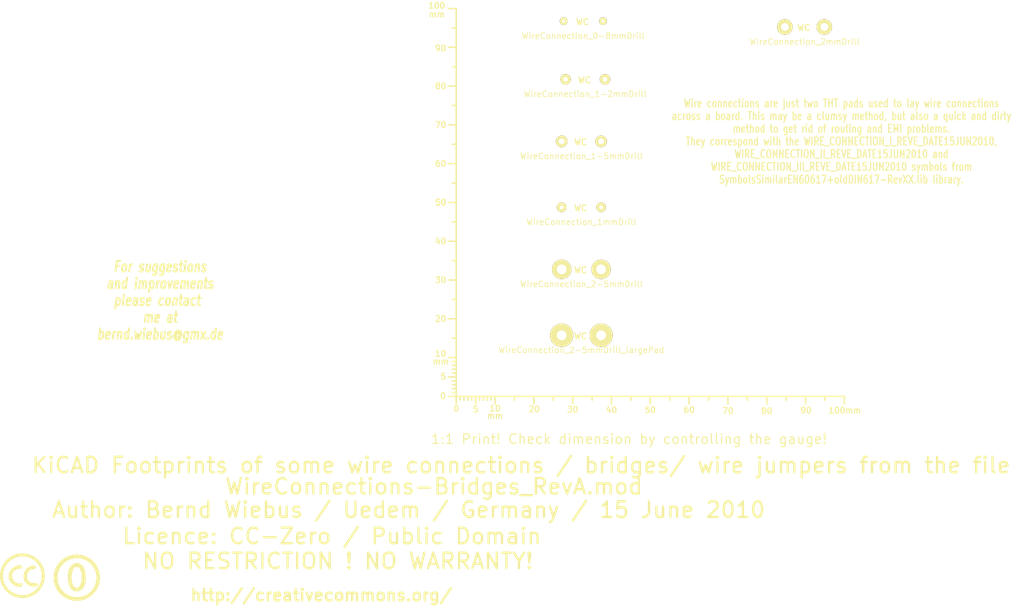
<source format=kicad_pcb>
(kicad_pcb (version 3) (host pcbnew "(2013-03-30 BZR 4007)-stable")

  (general
    (links 0)
    (no_connects 0)
    (area -16.90696 38.797699 278.83947 197.1694)
    (thickness 1.6002)
    (drawings 8)
    (tracks 0)
    (zones 0)
    (modules 10)
    (nets 1)
  )

  (page A4)
  (layers
    (15 Vorderseite signal)
    (0 Rückseite signal)
    (16 B.Adhes user)
    (17 F.Adhes user)
    (18 B.Paste user)
    (19 F.Paste user)
    (20 B.SilkS user)
    (21 F.SilkS user)
    (22 B.Mask user)
    (23 F.Mask user)
    (24 Dwgs.User user)
    (25 Cmts.User user)
    (26 Eco1.User user)
    (27 Eco2.User user)
    (28 Edge.Cuts user)
  )

  (setup
    (last_trace_width 0.2032)
    (trace_clearance 0.254)
    (zone_clearance 0.508)
    (zone_45_only no)
    (trace_min 0.2032)
    (segment_width 0.381)
    (edge_width 0.381)
    (via_size 0.889)
    (via_drill 0.635)
    (via_min_size 0.889)
    (via_min_drill 0.508)
    (uvia_size 0.508)
    (uvia_drill 0.127)
    (uvias_allowed no)
    (uvia_min_size 0.508)
    (uvia_min_drill 0.127)
    (pcb_text_width 0.3048)
    (pcb_text_size 1.524 2.032)
    (mod_edge_width 0.381)
    (mod_text_size 1.524 1.524)
    (mod_text_width 0.3048)
    (pad_size 1.524 1.524)
    (pad_drill 0.8128)
    (pad_to_mask_clearance 0.254)
    (aux_axis_origin 0 0)
    (visible_elements 7FFFFFFF)
    (pcbplotparams
      (layerselection 3178497)
      (usegerberextensions true)
      (excludeedgelayer true)
      (linewidth 60)
      (plotframeref false)
      (viasonmask false)
      (mode 1)
      (useauxorigin false)
      (hpglpennumber 1)
      (hpglpenspeed 20)
      (hpglpendiameter 15)
      (hpglpenoverlay 0)
      (psnegative false)
      (psa4output false)
      (plotreference true)
      (plotvalue true)
      (plotothertext true)
      (plotinvisibletext false)
      (padsonsilk false)
      (subtractmaskfromsilk false)
      (outputformat 1)
      (mirror false)
      (drillshape 1)
      (scaleselection 1)
      (outputdirectory ""))
  )

  (net 0 "")

  (net_class Default "Dies ist die voreingestellte Netzklasse."
    (clearance 0.254)
    (trace_width 0.2032)
    (via_dia 0.889)
    (via_drill 0.635)
    (uvia_dia 0.508)
    (uvia_drill 0.127)
    (add_net "")
  )

  (module Gauge_100mm_Type2_SilkScreenTop_RevA_Date22Jun2010 (layer Vorderseite) (tedit 4D963937) (tstamp 4D88F07A)
    (at 132.75056 141.2494)
    (descr "Gauge, Massstab, 100mm, SilkScreenTop, Type 2,")
    (tags "Gauge, Massstab, 100mm, SilkScreenTop, Type 2,")
    (path Gauge_100mm_Type2_SilkScreenTop_RevA_Date22Jun2010)
    (fp_text reference MSC (at 4.0005 8.99922) (layer F.SilkS) hide
      (effects (font (size 1.524 1.524) (thickness 0.3048)))
    )
    (fp_text value Gauge_100mm_Type2_SilkScreenTop_RevA_Date22Jun2010 (at 45.9994 8.99922) (layer F.SilkS) hide
      (effects (font (size 1.524 1.524) (thickness 0.3048)))
    )
    (fp_text user mm (at 9.99998 5.00126) (layer F.SilkS)
      (effects (font (size 1.524 1.524) (thickness 0.3048)))
    )
    (fp_text user mm (at -4.0005 -8.99922) (layer F.SilkS)
      (effects (font (size 1.524 1.524) (thickness 0.3048)))
    )
    (fp_text user mm (at -5.00126 -98.5012) (layer F.SilkS)
      (effects (font (size 1.524 1.524) (thickness 0.3048)))
    )
    (fp_text user 10 (at 10.00506 3.0988) (layer F.SilkS)
      (effects (font (size 1.50114 1.50114) (thickness 0.29972)))
    )
    (fp_text user 0 (at 0.00508 3.19786) (layer F.SilkS)
      (effects (font (size 1.39954 1.50114) (thickness 0.29972)))
    )
    (fp_text user 5 (at 5.0038 3.29946) (layer F.SilkS)
      (effects (font (size 1.50114 1.50114) (thickness 0.29972)))
    )
    (fp_text user 20 (at 20.1041 3.29946) (layer F.SilkS)
      (effects (font (size 1.50114 1.50114) (thickness 0.29972)))
    )
    (fp_text user 30 (at 30.00502 3.39852) (layer F.SilkS)
      (effects (font (size 1.50114 1.50114) (thickness 0.29972)))
    )
    (fp_text user 40 (at 40.005 3.50012) (layer F.SilkS)
      (effects (font (size 1.50114 1.50114) (thickness 0.29972)))
    )
    (fp_text user 50 (at 50.00498 3.50012) (layer F.SilkS)
      (effects (font (size 1.50114 1.50114) (thickness 0.29972)))
    )
    (fp_text user 60 (at 60.00496 3.50012) (layer F.SilkS)
      (effects (font (size 1.50114 1.50114) (thickness 0.29972)))
    )
    (fp_text user 70 (at 70.00494 3.70078) (layer F.SilkS)
      (effects (font (size 1.50114 1.50114) (thickness 0.29972)))
    )
    (fp_text user 80 (at 80.00492 3.79984) (layer F.SilkS)
      (effects (font (size 1.50114 1.50114) (thickness 0.29972)))
    )
    (fp_text user 90 (at 90.1065 3.60172) (layer F.SilkS)
      (effects (font (size 1.50114 1.50114) (thickness 0.29972)))
    )
    (fp_text user 100mm (at 100.10648 3.60172) (layer F.SilkS)
      (effects (font (size 1.50114 1.50114) (thickness 0.29972)))
    )
    (fp_line (start 0 -8.99922) (end -1.00076 -8.99922) (layer F.SilkS) (width 0.381))
    (fp_line (start 0 -8.001) (end -1.00076 -8.001) (layer F.SilkS) (width 0.381))
    (fp_line (start 0 -7.00024) (end -1.00076 -7.00024) (layer F.SilkS) (width 0.381))
    (fp_line (start 0 -5.99948) (end -1.00076 -5.99948) (layer F.SilkS) (width 0.381))
    (fp_line (start 0 -4.0005) (end -1.00076 -4.0005) (layer F.SilkS) (width 0.381))
    (fp_line (start 0 -2.99974) (end -1.00076 -2.99974) (layer F.SilkS) (width 0.381))
    (fp_line (start 0 -1.99898) (end -1.00076 -1.99898) (layer F.SilkS) (width 0.381))
    (fp_line (start 0 -1.00076) (end -1.00076 -1.00076) (layer F.SilkS) (width 0.381))
    (fp_line (start 0 0) (end -1.99898 0) (layer F.SilkS) (width 0.381))
    (fp_line (start 0 -5.00126) (end -1.99898 -5.00126) (layer F.SilkS) (width 0.381))
    (fp_line (start 0 -9.99998) (end -1.99898 -9.99998) (layer F.SilkS) (width 0.381))
    (fp_line (start 0 -15.00124) (end -1.00076 -15.00124) (layer F.SilkS) (width 0.381))
    (fp_line (start 0 -19.99996) (end -1.99898 -19.99996) (layer F.SilkS) (width 0.381))
    (fp_line (start 0 -25.00122) (end -1.00076 -25.00122) (layer F.SilkS) (width 0.381))
    (fp_line (start 0 -29.99994) (end -1.99898 -29.99994) (layer F.SilkS) (width 0.381))
    (fp_line (start 0 -35.0012) (end -1.00076 -35.0012) (layer F.SilkS) (width 0.381))
    (fp_line (start 0 -39.99992) (end -1.99898 -39.99992) (layer F.SilkS) (width 0.381))
    (fp_line (start 0 -45.00118) (end -1.00076 -45.00118) (layer F.SilkS) (width 0.381))
    (fp_line (start 0 -49.9999) (end -1.99898 -49.9999) (layer F.SilkS) (width 0.381))
    (fp_line (start 0 -55.00116) (end -1.00076 -55.00116) (layer F.SilkS) (width 0.381))
    (fp_line (start 0 -59.99988) (end -1.99898 -59.99988) (layer F.SilkS) (width 0.381))
    (fp_line (start 0 -65.00114) (end -1.00076 -65.00114) (layer F.SilkS) (width 0.381))
    (fp_line (start 0 -69.99986) (end -1.99898 -69.99986) (layer F.SilkS) (width 0.381))
    (fp_line (start 0 -75.00112) (end -1.00076 -75.00112) (layer F.SilkS) (width 0.381))
    (fp_line (start 0 -79.99984) (end -1.99898 -79.99984) (layer F.SilkS) (width 0.381))
    (fp_line (start 0 -85.0011) (end -1.00076 -85.0011) (layer F.SilkS) (width 0.381))
    (fp_line (start 0 -89.99982) (end -1.99898 -89.99982) (layer F.SilkS) (width 0.381))
    (fp_line (start 0 -95.00108) (end -1.00076 -95.00108) (layer F.SilkS) (width 0.381))
    (fp_line (start 0 0) (end 0 -99.9998) (layer F.SilkS) (width 0.381))
    (fp_line (start 0 -99.9998) (end -1.99898 -99.9998) (layer F.SilkS) (width 0.381))
    (fp_text user 100 (at -4.99872 -100.7491) (layer F.SilkS)
      (effects (font (size 1.50114 1.50114) (thickness 0.29972)))
    )
    (fp_text user 90 (at -4.0005 -89.7509) (layer F.SilkS)
      (effects (font (size 1.50114 1.50114) (thickness 0.29972)))
    )
    (fp_text user 80 (at -4.0005 -79.99984) (layer F.SilkS)
      (effects (font (size 1.50114 1.50114) (thickness 0.29972)))
    )
    (fp_text user 70 (at -4.0005 -69.99986) (layer F.SilkS)
      (effects (font (size 1.50114 1.50114) (thickness 0.29972)))
    )
    (fp_text user 60 (at -4.0005 -59.99988) (layer F.SilkS)
      (effects (font (size 1.50114 1.50114) (thickness 0.29972)))
    )
    (fp_text user 50 (at -4.0005 -49.9999) (layer F.SilkS)
      (effects (font (size 1.50114 1.50114) (thickness 0.34036)))
    )
    (fp_text user 40 (at -4.0005 -39.99992) (layer F.SilkS)
      (effects (font (size 1.50114 1.50114) (thickness 0.29972)))
    )
    (fp_text user 30 (at -4.0005 -29.99994) (layer F.SilkS)
      (effects (font (size 1.50114 1.50114) (thickness 0.29972)))
    )
    (fp_text user 20 (at -4.0005 -19.99996) (layer F.SilkS)
      (effects (font (size 1.50114 1.50114) (thickness 0.29972)))
    )
    (fp_line (start 95.00108 0) (end 95.00108 1.00076) (layer F.SilkS) (width 0.381))
    (fp_line (start 89.99982 0) (end 89.99982 1.99898) (layer F.SilkS) (width 0.381))
    (fp_line (start 85.0011 0) (end 85.0011 1.00076) (layer F.SilkS) (width 0.381))
    (fp_line (start 79.99984 0) (end 79.99984 1.99898) (layer F.SilkS) (width 0.381))
    (fp_line (start 75.00112 0) (end 75.00112 1.00076) (layer F.SilkS) (width 0.381))
    (fp_line (start 69.99986 0) (end 69.99986 1.99898) (layer F.SilkS) (width 0.381))
    (fp_line (start 65.00114 0) (end 65.00114 1.00076) (layer F.SilkS) (width 0.381))
    (fp_line (start 59.99988 0) (end 59.99988 1.99898) (layer F.SilkS) (width 0.381))
    (fp_line (start 55.00116 0) (end 55.00116 1.00076) (layer F.SilkS) (width 0.381))
    (fp_line (start 49.9999 0) (end 49.9999 1.99898) (layer F.SilkS) (width 0.381))
    (fp_line (start 45.00118 0) (end 45.00118 1.00076) (layer F.SilkS) (width 0.381))
    (fp_line (start 39.99992 0) (end 39.99992 1.99898) (layer F.SilkS) (width 0.381))
    (fp_line (start 35.0012 0) (end 35.0012 1.00076) (layer F.SilkS) (width 0.381))
    (fp_line (start 29.99994 0) (end 29.99994 1.99898) (layer F.SilkS) (width 0.381))
    (fp_line (start 25.00122 0) (end 25.00122 1.00076) (layer F.SilkS) (width 0.381))
    (fp_line (start 19.99996 0) (end 19.99996 1.99898) (layer F.SilkS) (width 0.381))
    (fp_line (start 15.00124 0) (end 15.00124 1.00076) (layer F.SilkS) (width 0.381))
    (fp_line (start 9.99998 0) (end 99.9998 0) (layer F.SilkS) (width 0.381))
    (fp_line (start 99.9998 0) (end 99.9998 1.99898) (layer F.SilkS) (width 0.381))
    (fp_text user 5 (at -3.302 -5.10286) (layer F.SilkS)
      (effects (font (size 1.50114 1.50114) (thickness 0.29972)))
    )
    (fp_text user 0 (at -3.4036 -0.10414) (layer F.SilkS)
      (effects (font (size 1.50114 1.50114) (thickness 0.29972)))
    )
    (fp_text user 10 (at -4.0005 -11.00074) (layer F.SilkS)
      (effects (font (size 1.50114 1.50114) (thickness 0.29972)))
    )
    (fp_line (start 8.99922 0) (end 8.99922 1.00076) (layer F.SilkS) (width 0.381))
    (fp_line (start 8.001 0) (end 8.001 1.00076) (layer F.SilkS) (width 0.381))
    (fp_line (start 7.00024 0) (end 7.00024 1.00076) (layer F.SilkS) (width 0.381))
    (fp_line (start 5.99948 0) (end 5.99948 1.00076) (layer F.SilkS) (width 0.381))
    (fp_line (start 4.0005 0) (end 4.0005 1.00076) (layer F.SilkS) (width 0.381))
    (fp_line (start 2.99974 0) (end 2.99974 1.00076) (layer F.SilkS) (width 0.381))
    (fp_line (start 1.99898 0) (end 1.99898 1.00076) (layer F.SilkS) (width 0.381))
    (fp_line (start 1.00076 0) (end 1.00076 1.00076) (layer F.SilkS) (width 0.381))
    (fp_line (start 5.00126 0) (end 5.00126 1.99898) (layer F.SilkS) (width 0.381))
    (fp_line (start 0 0) (end 0 1.99898) (layer F.SilkS) (width 0.381))
    (fp_line (start 0 0) (end 9.99998 0) (layer F.SilkS) (width 0.381))
    (fp_line (start 9.99998 0) (end 9.99998 1.99898) (layer F.SilkS) (width 0.381))
  )

  (module Symbol_CC-PublicDomain_SilkScreenTop_Big (layer Vorderseite) (tedit 515D641F) (tstamp 515F0B64)
    (at 35 188)
    (descr "Symbol, CC-PublicDomain, SilkScreen Top, Big,")
    (tags "Symbol, CC-PublicDomain, SilkScreen Top, Big,")
    (path Symbol_CC-Noncommercial_CopperTop_Big)
    (fp_text reference Sym (at 0.59944 -7.29996) (layer F.SilkS) hide
      (effects (font (size 1.524 1.524) (thickness 0.3048)))
    )
    (fp_text value Symbol_CC-PublicDomain_SilkScreenTop_Big (at 0.59944 8.001) (layer F.SilkS) hide
      (effects (font (size 1.524 1.524) (thickness 0.3048)))
    )
    (fp_circle (center 0 0) (end 5.8 -0.05) (layer F.SilkS) (width 0.381))
    (fp_circle (center 0 0) (end 5.5 0) (layer F.SilkS) (width 0.381))
    (fp_circle (center 0.05 0) (end 5.25 0) (layer F.SilkS) (width 0.381))
    (fp_line (start 1.1 -2.5) (end 1.4 -1.9) (layer F.SilkS) (width 0.381))
    (fp_line (start -1.8 1.2) (end -1.6 1.9) (layer F.SilkS) (width 0.381))
    (fp_line (start -1.6 1.9) (end -1.2 2.5) (layer F.SilkS) (width 0.381))
    (fp_line (start 0 -3) (end 0.75 -2.75) (layer F.SilkS) (width 0.381))
    (fp_line (start 0.75 -2.75) (end 1 -2.25) (layer F.SilkS) (width 0.381))
    (fp_line (start 1 -2.25) (end 1.5 -1) (layer F.SilkS) (width 0.381))
    (fp_line (start 1.5 -1) (end 1.5 -0.5) (layer F.SilkS) (width 0.381))
    (fp_line (start 1.5 -0.5) (end 1.5 0.5) (layer F.SilkS) (width 0.381))
    (fp_line (start 1.5 0.5) (end 1.25 1.5) (layer F.SilkS) (width 0.381))
    (fp_line (start 1.25 1.5) (end 0.75 2.5) (layer F.SilkS) (width 0.381))
    (fp_line (start 0.75 2.5) (end 0.25 2.75) (layer F.SilkS) (width 0.381))
    (fp_line (start 0.25 2.75) (end -0.25 2.75) (layer F.SilkS) (width 0.381))
    (fp_line (start -0.25 2.75) (end -0.75 2.5) (layer F.SilkS) (width 0.381))
    (fp_line (start -0.75 2.5) (end -1.25 1.75) (layer F.SilkS) (width 0.381))
    (fp_line (start -1.25 1.75) (end -1.5 0.75) (layer F.SilkS) (width 0.381))
    (fp_line (start -1.5 0.75) (end -1.5 -0.75) (layer F.SilkS) (width 0.381))
    (fp_line (start -1.5 -0.75) (end -1.25 -1.75) (layer F.SilkS) (width 0.381))
    (fp_line (start -1.25 -1.75) (end -1 -2.5) (layer F.SilkS) (width 0.381))
    (fp_line (start -1 -2.5) (end -0.3 -2.9) (layer F.SilkS) (width 0.381))
    (fp_line (start -0.3 -2.9) (end 0.2 -3) (layer F.SilkS) (width 0.381))
    (fp_line (start 0.2 -3) (end 0.8 -3) (layer F.SilkS) (width 0.381))
    (fp_line (start 0.8 -3) (end 1.4 -2.3) (layer F.SilkS) (width 0.381))
    (fp_line (start 1.4 -2.3) (end 1.6 -1.4) (layer F.SilkS) (width 0.381))
    (fp_line (start 1.6 -1.4) (end 1.7 -0.3) (layer F.SilkS) (width 0.381))
    (fp_line (start 1.7 -0.3) (end 1.7 0.9) (layer F.SilkS) (width 0.381))
    (fp_line (start 1.7 0.9) (end 1.4 1.8) (layer F.SilkS) (width 0.381))
    (fp_line (start 1.4 1.8) (end 1 2.7) (layer F.SilkS) (width 0.381))
    (fp_line (start 1 2.7) (end 0.5 3) (layer F.SilkS) (width 0.381))
    (fp_line (start 0.5 3) (end -0.4 3) (layer F.SilkS) (width 0.381))
    (fp_line (start -0.4 3) (end -1.3 2.3) (layer F.SilkS) (width 0.381))
    (fp_line (start -1.3 2.3) (end -1.7 1) (layer F.SilkS) (width 0.381))
    (fp_line (start -1.7 1) (end -1.8 -0.7) (layer F.SilkS) (width 0.381))
    (fp_line (start -1.8 -0.7) (end -1.4 -2.2) (layer F.SilkS) (width 0.381))
    (fp_line (start -1.4 -2.2) (end -1 -2.9) (layer F.SilkS) (width 0.381))
    (fp_line (start -1 -2.9) (end -0.2 -3.3) (layer F.SilkS) (width 0.381))
    (fp_line (start -0.2 -3.3) (end 0.7 -3.2) (layer F.SilkS) (width 0.381))
    (fp_line (start 0.7 -3.2) (end 1.3 -3.1) (layer F.SilkS) (width 0.381))
    (fp_line (start 1.3 -3.1) (end 1.7 -2.4) (layer F.SilkS) (width 0.381))
    (fp_line (start 1.7 -2.4) (end 2 -1.6) (layer F.SilkS) (width 0.381))
    (fp_line (start 2 -1.6) (end 2.1 -0.6) (layer F.SilkS) (width 0.381))
    (fp_line (start 2.1 -0.6) (end 2.1 0.3) (layer F.SilkS) (width 0.381))
    (fp_line (start 2.1 0.3) (end 2.1 1.3) (layer F.SilkS) (width 0.381))
    (fp_line (start 2.1 1.3) (end 1.9 1.8) (layer F.SilkS) (width 0.381))
    (fp_line (start 1.9 1.8) (end 1.5 2.6) (layer F.SilkS) (width 0.381))
    (fp_line (start 1.5 2.6) (end 1.1 3) (layer F.SilkS) (width 0.381))
    (fp_line (start 1.1 3) (end 0.4 3.3) (layer F.SilkS) (width 0.381))
    (fp_line (start 0.4 3.3) (end -0.1 3.4) (layer F.SilkS) (width 0.381))
    (fp_line (start -0.1 3.4) (end -0.8 3.2) (layer F.SilkS) (width 0.381))
    (fp_line (start -0.8 3.2) (end -1.5 2.6) (layer F.SilkS) (width 0.381))
    (fp_line (start -1.5 2.6) (end -1.9 1.7) (layer F.SilkS) (width 0.381))
    (fp_line (start -1.9 1.7) (end -2.1 0.4) (layer F.SilkS) (width 0.381))
    (fp_line (start -2.1 0.4) (end -2.1 -0.6) (layer F.SilkS) (width 0.381))
    (fp_line (start -2.1 -0.6) (end -2 -1.6) (layer F.SilkS) (width 0.381))
    (fp_line (start -2 -1.6) (end -1.7 -2.4) (layer F.SilkS) (width 0.381))
    (fp_line (start -1.7 -2.4) (end -1.2 -3.1) (layer F.SilkS) (width 0.381))
    (fp_line (start -1.2 -3.1) (end -0.4 -3.6) (layer F.SilkS) (width 0.381))
    (fp_line (start -0.4 -3.6) (end 0.4 -3.6) (layer F.SilkS) (width 0.381))
    (fp_line (start 0.4 -3.6) (end 1.1 -3.2) (layer F.SilkS) (width 0.381))
    (fp_line (start 1.1 -3.2) (end 1.1 -2.9) (layer F.SilkS) (width 0.381))
    (fp_line (start 1.1 -2.9) (end 1.8 -1.5) (layer F.SilkS) (width 0.381))
    (fp_line (start 1.8 -1.5) (end 1.8 -0.4) (layer F.SilkS) (width 0.381))
    (fp_line (start 1.8 -0.4) (end 1.8 1.1) (layer F.SilkS) (width 0.381))
    (fp_line (start 1.8 1.1) (end 1.2 2.6) (layer F.SilkS) (width 0.381))
    (fp_line (start 1.2 2.6) (end 0.2 3.2) (layer F.SilkS) (width 0.381))
    (fp_line (start 0.2 3.2) (end -0.5 3.2) (layer F.SilkS) (width 0.381))
    (fp_line (start -0.5 3.2) (end -1.1 2.7) (layer F.SilkS) (width 0.381))
    (fp_line (start -1.1 2.7) (end -1.9 0.6) (layer F.SilkS) (width 0.381))
    (fp_line (start -1.9 0.6) (end -1.7 -1.9) (layer F.SilkS) (width 0.381))
  )

  (module Symbol_CreativeCommons_SilkScreenTop_Type2_Big (layer Vorderseite) (tedit 515D640C) (tstamp 515F46B2)
    (at 21 187.5)
    (descr "Symbol, Creative Commons, SilkScreen Top, Type 2, Big,")
    (tags "Symbol, Creative Commons, SilkScreen Top, Type 2, Big,")
    (path Symbol_CreativeCommons_CopperTop_Type2_Big)
    (fp_text reference Sym (at 0.59944 -7.29996) (layer F.SilkS) hide
      (effects (font (size 1.524 1.524) (thickness 0.3048)))
    )
    (fp_text value Symbol_CreativeCommons_Typ2_SilkScreenTop_Big (at 0.59944 8.001) (layer F.SilkS) hide
      (effects (font (size 1.524 1.524) (thickness 0.3048)))
    )
    (fp_line (start -0.70104 2.70002) (end -0.29972 2.60096) (layer F.SilkS) (width 0.381))
    (fp_line (start -0.29972 2.60096) (end -0.20066 2.10058) (layer F.SilkS) (width 0.381))
    (fp_line (start -2.49936 -1.69926) (end -2.70002 -1.6002) (layer F.SilkS) (width 0.381))
    (fp_line (start -2.70002 -1.6002) (end -3.0988 -1.00076) (layer F.SilkS) (width 0.381))
    (fp_line (start -3.0988 -1.00076) (end -3.29946 -0.50038) (layer F.SilkS) (width 0.381))
    (fp_line (start -3.29946 -0.50038) (end -3.40106 0.39878) (layer F.SilkS) (width 0.381))
    (fp_line (start -3.40106 0.39878) (end -3.29946 0.89916) (layer F.SilkS) (width 0.381))
    (fp_line (start -0.19812 2.4003) (end -0.29718 2.59842) (layer F.SilkS) (width 0.381))
    (fp_line (start 3.70078 2.10058) (end 3.79984 2.4003) (layer F.SilkS) (width 0.381))
    (fp_line (start 2.99974 -2.4003) (end 3.29946 -2.30124) (layer F.SilkS) (width 0.381))
    (fp_line (start 3.29946 -2.30124) (end 3.0988 -1.99898) (layer F.SilkS) (width 0.381))
    (fp_line (start 0 -5.40004) (end -0.50038 -5.40004) (layer F.SilkS) (width 0.381))
    (fp_line (start -0.50038 -5.40004) (end -1.30048 -5.10032) (layer F.SilkS) (width 0.381))
    (fp_line (start -1.30048 -5.10032) (end -1.99898 -4.89966) (layer F.SilkS) (width 0.381))
    (fp_line (start -1.99898 -4.89966) (end -2.70002 -4.699) (layer F.SilkS) (width 0.381))
    (fp_line (start -2.70002 -4.699) (end -3.29946 -4.20116) (layer F.SilkS) (width 0.381))
    (fp_line (start -3.29946 -4.20116) (end -4.0005 -3.59918) (layer F.SilkS) (width 0.381))
    (fp_line (start -4.0005 -3.59918) (end -4.50088 -2.99974) (layer F.SilkS) (width 0.381))
    (fp_line (start -4.50088 -2.99974) (end -5.00126 -2.10058) (layer F.SilkS) (width 0.381))
    (fp_line (start -5.00126 -2.10058) (end -5.30098 -1.09982) (layer F.SilkS) (width 0.381))
    (fp_line (start -5.30098 -1.09982) (end -5.40004 0.09906) (layer F.SilkS) (width 0.381))
    (fp_line (start -5.40004 0.09906) (end -5.19938 1.30048) (layer F.SilkS) (width 0.381))
    (fp_line (start -5.19938 1.30048) (end -4.8006 2.4003) (layer F.SilkS) (width 0.381))
    (fp_line (start -4.8006 2.4003) (end -3.79984 3.8989) (layer F.SilkS) (width 0.381))
    (fp_line (start -3.79984 3.8989) (end -2.60096 4.8006) (layer F.SilkS) (width 0.381))
    (fp_line (start -2.60096 4.8006) (end -1.30048 5.30098) (layer F.SilkS) (width 0.381))
    (fp_line (start -1.30048 5.30098) (end 0.09906 5.30098) (layer F.SilkS) (width 0.381))
    (fp_line (start 0.09906 5.30098) (end 1.6002 5.19938) (layer F.SilkS) (width 0.381))
    (fp_line (start 1.6002 5.19938) (end 2.60096 4.699) (layer F.SilkS) (width 0.381))
    (fp_line (start 2.60096 4.699) (end 4.20116 3.40106) (layer F.SilkS) (width 0.381))
    (fp_line (start 4.20116 3.40106) (end 5.00126 1.80086) (layer F.SilkS) (width 0.381))
    (fp_line (start 5.00126 1.80086) (end 5.40004 0.29972) (layer F.SilkS) (width 0.381))
    (fp_line (start 5.40004 0.29972) (end 5.19938 -1.39954) (layer F.SilkS) (width 0.381))
    (fp_line (start 5.19938 -1.39954) (end 4.699 -2.49936) (layer F.SilkS) (width 0.381))
    (fp_line (start 4.699 -2.49936) (end 3.40106 -4.09956) (layer F.SilkS) (width 0.381))
    (fp_line (start 3.40106 -4.09956) (end 2.4003 -4.8006) (layer F.SilkS) (width 0.381))
    (fp_line (start 2.4003 -4.8006) (end 1.39954 -5.19938) (layer F.SilkS) (width 0.381))
    (fp_line (start 1.39954 -5.19938) (end 0 -5.30098) (layer F.SilkS) (width 0.381))
    (fp_line (start 0.60198 -0.70104) (end 0.50292 -0.20066) (layer F.SilkS) (width 0.381))
    (fp_line (start 0.50292 -0.20066) (end 0.50292 0.49784) (layer F.SilkS) (width 0.381))
    (fp_line (start 0.50292 0.49784) (end 0.60198 1.09982) (layer F.SilkS) (width 0.381))
    (fp_line (start 0.60198 1.09982) (end 1.00076 1.69926) (layer F.SilkS) (width 0.381))
    (fp_line (start 1.00076 1.69926) (end 1.50114 2.19964) (layer F.SilkS) (width 0.381))
    (fp_line (start 1.50114 2.19964) (end 2.10058 2.49936) (layer F.SilkS) (width 0.381))
    (fp_line (start 2.10058 2.49936) (end 2.60096 2.59842) (layer F.SilkS) (width 0.381))
    (fp_line (start 2.60096 2.59842) (end 3.00228 2.59842) (layer F.SilkS) (width 0.381))
    (fp_line (start 3.00228 2.59842) (end 3.40106 2.59842) (layer F.SilkS) (width 0.381))
    (fp_line (start 3.40106 2.59842) (end 3.80238 2.49936) (layer F.SilkS) (width 0.381))
    (fp_line (start 3.80238 2.49936) (end 3.70078 2.2987) (layer F.SilkS) (width 0.381))
    (fp_line (start 3.70078 2.2987) (end 2.80162 2.4003) (layer F.SilkS) (width 0.381))
    (fp_line (start 2.80162 2.4003) (end 1.80086 2.09804) (layer F.SilkS) (width 0.381))
    (fp_line (start 1.80086 2.09804) (end 1.20142 1.6002) (layer F.SilkS) (width 0.381))
    (fp_line (start 1.20142 1.6002) (end 0.80264 0.6985) (layer F.SilkS) (width 0.381))
    (fp_line (start 0.80264 0.6985) (end 0.70104 -0.29972) (layer F.SilkS) (width 0.381))
    (fp_line (start 0.70104 -0.29972) (end 1.00076 -1.00076) (layer F.SilkS) (width 0.381))
    (fp_line (start 1.00076 -1.00076) (end 1.60274 -1.7018) (layer F.SilkS) (width 0.381))
    (fp_line (start 1.60274 -1.7018) (end 2.30124 -2.10058) (layer F.SilkS) (width 0.381))
    (fp_line (start 2.30124 -2.10058) (end 3.00228 -2.10058) (layer F.SilkS) (width 0.381))
    (fp_line (start 3.00228 -2.10058) (end 3.10134 -1.89992) (layer F.SilkS) (width 0.381))
    (fp_line (start 3.10134 -1.89992) (end 2.5019 -1.89992) (layer F.SilkS) (width 0.381))
    (fp_line (start 2.5019 -1.89992) (end 1.80086 -1.6002) (layer F.SilkS) (width 0.381))
    (fp_line (start 1.80086 -1.6002) (end 1.30048 -1.00076) (layer F.SilkS) (width 0.381))
    (fp_line (start 1.30048 -1.00076) (end 1.00076 -0.40132) (layer F.SilkS) (width 0.381))
    (fp_line (start 1.00076 -0.40132) (end 1.00076 0.09906) (layer F.SilkS) (width 0.381))
    (fp_line (start 1.00076 0.09906) (end 1.00076 0.6985) (layer F.SilkS) (width 0.381))
    (fp_line (start 1.00076 0.6985) (end 1.30048 1.19888) (layer F.SilkS) (width 0.381))
    (fp_line (start 1.30048 1.19888) (end 1.7018 1.69926) (layer F.SilkS) (width 0.381))
    (fp_line (start 1.7018 1.69926) (end 2.30124 1.99898) (layer F.SilkS) (width 0.381))
    (fp_line (start 2.30124 1.99898) (end 2.90068 2.09804) (layer F.SilkS) (width 0.381))
    (fp_line (start 2.90068 2.09804) (end 3.40106 2.09804) (layer F.SilkS) (width 0.381))
    (fp_line (start 3.40106 2.09804) (end 3.70078 1.99898) (layer F.SilkS) (width 0.381))
    (fp_line (start 3.00228 -2.4003) (end 2.40284 -2.4003) (layer F.SilkS) (width 0.381))
    (fp_line (start 2.40284 -2.4003) (end 2.00152 -2.20218) (layer F.SilkS) (width 0.381))
    (fp_line (start 2.00152 -2.20218) (end 1.50114 -2.00152) (layer F.SilkS) (width 0.381))
    (fp_line (start 1.50114 -2.00152) (end 1.10236 -1.6002) (layer F.SilkS) (width 0.381))
    (fp_line (start 1.10236 -1.6002) (end 0.80264 -1.09982) (layer F.SilkS) (width 0.381))
    (fp_line (start 0.80264 -1.09982) (end 0.60198 -0.70104) (layer F.SilkS) (width 0.381))
    (fp_line (start -0.39878 -1.99898) (end -0.89916 -1.99898) (layer F.SilkS) (width 0.381))
    (fp_line (start -0.89916 -1.99898) (end -1.39954 -1.89738) (layer F.SilkS) (width 0.381))
    (fp_line (start -1.39954 -1.89738) (end -1.89992 -1.59766) (layer F.SilkS) (width 0.381))
    (fp_line (start -1.89992 -1.59766) (end -2.4003 -1.19888) (layer F.SilkS) (width 0.381))
    (fp_line (start -2.4003 -1.30048) (end -2.70002 -0.8001) (layer F.SilkS) (width 0.381))
    (fp_line (start -2.70002 -0.8001) (end -2.79908 -0.29972) (layer F.SilkS) (width 0.381))
    (fp_line (start -2.79908 -0.29972) (end -2.79908 0.20066) (layer F.SilkS) (width 0.381))
    (fp_line (start -2.79908 0.20066) (end -2.59842 1.00076) (layer F.SilkS) (width 0.381))
    (fp_line (start -2.69748 1.00076) (end -2.39776 1.39954) (layer F.SilkS) (width 0.381))
    (fp_line (start -2.29616 1.4986) (end -1.79578 1.89992) (layer F.SilkS) (width 0.381))
    (fp_line (start -1.79578 1.89992) (end -1.29794 2.09804) (layer F.SilkS) (width 0.381))
    (fp_line (start -1.29794 2.09804) (end -0.89662 2.19964) (layer F.SilkS) (width 0.381))
    (fp_line (start -0.89662 2.19964) (end -0.49784 2.19964) (layer F.SilkS) (width 0.381))
    (fp_line (start -0.49784 2.19964) (end -0.19812 2.09804) (layer F.SilkS) (width 0.381))
    (fp_line (start -0.19812 2.09804) (end -0.29718 2.4003) (layer F.SilkS) (width 0.381))
    (fp_line (start -0.29718 2.4003) (end -0.89662 2.49936) (layer F.SilkS) (width 0.381))
    (fp_line (start -0.89662 2.49936) (end -1.59766 2.2987) (layer F.SilkS) (width 0.381))
    (fp_line (start -1.59766 2.2987) (end -2.29616 1.79832) (layer F.SilkS) (width 0.381))
    (fp_line (start -2.29616 1.79832) (end -2.79654 1.29794) (layer F.SilkS) (width 0.381))
    (fp_line (start -2.79908 1.39954) (end -2.99974 0.70104) (layer F.SilkS) (width 0.381))
    (fp_line (start -2.99974 0.70104) (end -3.0988 0) (layer F.SilkS) (width 0.381))
    (fp_line (start -3.0988 0) (end -2.99974 -0.59944) (layer F.SilkS) (width 0.381))
    (fp_line (start -2.99974 -0.8001) (end -2.70002 -1.30048) (layer F.SilkS) (width 0.381))
    (fp_line (start -2.70002 -1.09982) (end -2.19964 -1.6002) (layer F.SilkS) (width 0.381))
    (fp_line (start -2.19964 -1.69926) (end -1.69926 -1.99898) (layer F.SilkS) (width 0.381))
    (fp_line (start -1.69926 -1.99898) (end -1.19888 -2.19964) (layer F.SilkS) (width 0.381))
    (fp_line (start -1.19888 -2.19964) (end -0.6985 -2.19964) (layer F.SilkS) (width 0.381))
    (fp_line (start -0.6985 -2.19964) (end -0.29972 -2.19964) (layer F.SilkS) (width 0.381))
    (fp_line (start -0.29972 -2.19964) (end -0.20066 -2.39776) (layer F.SilkS) (width 0.381))
    (fp_line (start -0.20066 -2.39776) (end -0.59944 -2.49936) (layer F.SilkS) (width 0.381))
    (fp_line (start -0.59944 -2.49936) (end -1.00076 -2.49936) (layer F.SilkS) (width 0.381))
    (fp_line (start -1.00076 -2.49936) (end -1.4986 -2.39776) (layer F.SilkS) (width 0.381))
    (fp_line (start -1.4986 -2.39776) (end -2.10058 -2.09804) (layer F.SilkS) (width 0.381))
    (fp_line (start -2.10058 -2.09804) (end -2.59842 -1.69926) (layer F.SilkS) (width 0.381))
    (fp_line (start -2.59842 -1.6002) (end -3.0988 -0.89916) (layer F.SilkS) (width 0.381))
    (fp_line (start -3.0988 -0.89916) (end -3.29946 -0.29972) (layer F.SilkS) (width 0.381))
    (fp_line (start -3.29946 -0.29972) (end -3.29946 0.40132) (layer F.SilkS) (width 0.381))
    (fp_line (start -3.29946 0.40132) (end -3.2004 1.00076) (layer F.SilkS) (width 0.381))
    (fp_line (start -3.29946 0.8001) (end -2.99974 1.39954) (layer F.SilkS) (width 0.381))
    (fp_line (start -2.89814 1.4986) (end -2.49682 1.99898) (layer F.SilkS) (width 0.381))
    (fp_line (start -2.49682 1.99898) (end -1.89738 2.4003) (layer F.SilkS) (width 0.381))
    (fp_line (start -1.89738 2.4003) (end -1.19634 2.59842) (layer F.SilkS) (width 0.381))
    (fp_line (start -1.19634 2.59842) (end -0.69596 2.70002) (layer F.SilkS) (width 0.381))
    (fp_line (start -2.9972 1.19888) (end -2.59842 1.19888) (layer F.SilkS) (width 0.381))
    (fp_circle (center 0 0) (end 5.08 1.016) (layer F.SilkS) (width 0.381))
    (fp_circle (center 0 0) (end 5.588 0) (layer F.SilkS) (width 0.381))
  )

  (module WireConnection_0-8mmDrill (layer Vorderseite) (tedit 4BE9364C) (tstamp 51B0592A)
    (at 165.5 44.5)
    (fp_text reference WC (at -0.2286 0.2032) (layer F.SilkS)
      (effects (font (size 1.524 1.524) (thickness 0.3048)))
    )
    (fp_text value WireConnection_0-8mmDrill (at 0 3.81) (layer F.SilkS)
      (effects (font (size 1.50114 1.50114) (thickness 0.20066)))
    )
    (fp_line (start 8.9916 -3.7592) (end 8.7884 -3.6576) (layer Cmts.User) (width 0.381))
    (fp_line (start 8.7884 -3.6576) (end 8.5598 -3.6576) (layer Cmts.User) (width 0.381))
    (fp_line (start 8.5598 -3.6576) (end 8.3566 -3.7592) (layer Cmts.User) (width 0.381))
    (fp_line (start 8.3566 -3.7592) (end 8.2804 -4.1148) (layer Cmts.User) (width 0.381))
    (fp_line (start 8.2804 -4.1148) (end 8.2804 -4.572) (layer Cmts.User) (width 0.381))
    (fp_line (start 8.2804 -4.572) (end 8.382 -4.6482) (layer Cmts.User) (width 0.381))
    (fp_line (start 8.382 -4.6482) (end 8.6868 -4.7244) (layer Cmts.User) (width 0.381))
    (fp_line (start 8.6868 -4.7244) (end 8.9154 -4.6736) (layer Cmts.User) (width 0.381))
    (fp_line (start 8.9154 -4.6736) (end 8.9662 -4.318) (layer Cmts.User) (width 0.381))
    (fp_line (start 8.9662 -4.318) (end 8.3566 -4.191) (layer Cmts.User) (width 0.381))
    (fp_line (start 8.3566 -4.191) (end 8.3566 -4.2418) (layer Cmts.User) (width 0.381))
    (fp_line (start 7.6708 -3.7084) (end 7.3406 -3.7084) (layer Cmts.User) (width 0.381))
    (fp_line (start 7.3406 -3.7084) (end 7.1374 -3.7084) (layer Cmts.User) (width 0.381))
    (fp_line (start 7.1374 -3.7084) (end 6.9596 -3.8608) (layer Cmts.User) (width 0.381))
    (fp_line (start 6.9596 -3.8608) (end 6.9596 -4.2418) (layer Cmts.User) (width 0.381))
    (fp_line (start 6.9596 -4.2418) (end 7.0612 -4.572) (layer Cmts.User) (width 0.381))
    (fp_line (start 7.0612 -4.572) (end 7.2136 -4.6482) (layer Cmts.User) (width 0.381))
    (fp_line (start 7.2136 -4.6482) (end 7.493 -4.6482) (layer Cmts.User) (width 0.381))
    (fp_line (start 7.493 -4.6482) (end 7.6708 -4.572) (layer Cmts.User) (width 0.381))
    (fp_line (start 7.6708 -4.572) (end 7.6962 -4.2672) (layer Cmts.User) (width 0.381))
    (fp_line (start 7.6962 -4.2672) (end 7.0612 -4.2418) (layer Cmts.User) (width 0.381))
    (fp_line (start 6.1468 -4.5212) (end 6.5278 -4.6736) (layer Cmts.User) (width 0.381))
    (fp_line (start 6.5278 -4.6736) (end 6.5532 -4.6736) (layer Cmts.User) (width 0.381))
    (fp_line (start 6.1214 -4.7244) (end 6.1214 -3.6576) (layer Cmts.User) (width 0.381))
    (fp_line (start 4.9022 -4.6736) (end 5.588 -4.7244) (layer Cmts.User) (width 0.381))
    (fp_line (start 5.6388 -5.207) (end 5.461 -5.207) (layer Cmts.User) (width 0.381))
    (fp_line (start 5.461 -5.207) (end 5.3086 -5.08) (layer Cmts.User) (width 0.381))
    (fp_line (start 5.3086 -5.08) (end 5.2578 -3.7084) (layer Cmts.User) (width 0.381))
    (fp_line (start 3.3528 -4.5974) (end 3.2258 -4.6736) (layer Cmts.User) (width 0.381))
    (fp_line (start 3.2258 -4.6736) (end 2.9464 -4.6736) (layer Cmts.User) (width 0.381))
    (fp_line (start 2.9464 -4.6736) (end 2.794 -4.445) (layer Cmts.User) (width 0.381))
    (fp_line (start 2.794 -4.445) (end 2.8194 -4.2672) (layer Cmts.User) (width 0.381))
    (fp_line (start 2.8194 -4.2672) (end 3.0988 -4.191) (layer Cmts.User) (width 0.381))
    (fp_line (start 3.0988 -4.191) (end 3.3528 -4.1148) (layer Cmts.User) (width 0.381))
    (fp_line (start 3.3528 -4.1148) (end 3.4036 -3.8354) (layer Cmts.User) (width 0.381))
    (fp_line (start 3.4036 -3.8354) (end 3.2004 -3.6576) (layer Cmts.User) (width 0.381))
    (fp_line (start 3.2004 -3.6576) (end 2.8194 -3.7084) (layer Cmts.User) (width 0.381))
    (fp_line (start 2.0828 -3.6576) (end 1.7272 -3.7592) (layer Cmts.User) (width 0.381))
    (fp_line (start 1.7272 -3.7592) (end 1.524 -3.8354) (layer Cmts.User) (width 0.381))
    (fp_line (start 1.524 -3.8354) (end 1.397 -4.1656) (layer Cmts.User) (width 0.381))
    (fp_line (start 1.397 -4.1656) (end 1.397 -4.4704) (layer Cmts.User) (width 0.381))
    (fp_line (start 1.397 -4.4704) (end 1.6002 -4.6736) (layer Cmts.User) (width 0.381))
    (fp_line (start 1.6002 -4.6736) (end 1.9304 -4.7244) (layer Cmts.User) (width 0.381))
    (fp_line (start 2.1336 -5.207) (end 2.1336 -3.6576) (layer Cmts.User) (width 0.381))
    (fp_line (start 0.635 -3.6576) (end 0.1778 -3.7084) (layer Cmts.User) (width 0.381))
    (fp_line (start 0.1778 -3.7084) (end 0.0254 -3.9116) (layer Cmts.User) (width 0.381))
    (fp_line (start 0.0254 -3.9116) (end 0.0508 -4.191) (layer Cmts.User) (width 0.381))
    (fp_line (start 0.0508 -4.191) (end 0.762 -4.2418) (layer Cmts.User) (width 0.381))
    (fp_line (start 0.0254 -4.572) (end 0.3048 -4.7244) (layer Cmts.User) (width 0.381))
    (fp_line (start 0.3048 -4.7244) (end 0.5588 -4.6482) (layer Cmts.User) (width 0.381))
    (fp_line (start 0.5588 -4.6482) (end 0.7112 -4.4704) (layer Cmts.User) (width 0.381))
    (fp_line (start 0.7112 -4.4704) (end 0.762 -3.6322) (layer Cmts.User) (width 0.381))
    (fp_line (start -1.4732 -3.6576) (end -1.4478 -5.2578) (layer Cmts.User) (width 0.381))
    (fp_line (start -1.4478 -5.2578) (end -0.9906 -5.2578) (layer Cmts.User) (width 0.381))
    (fp_line (start -0.9906 -5.2578) (end -0.7112 -5.1308) (layer Cmts.User) (width 0.381))
    (fp_line (start -0.7112 -5.1308) (end -0.5842 -4.8768) (layer Cmts.User) (width 0.381))
    (fp_line (start -0.5842 -4.8768) (end -0.5842 -4.5974) (layer Cmts.User) (width 0.381))
    (fp_line (start -0.5842 -4.5974) (end -0.7112 -4.3942) (layer Cmts.User) (width 0.381))
    (fp_line (start -0.7112 -4.3942) (end -0.9906 -4.445) (layer Cmts.User) (width 0.381))
    (fp_line (start -0.9906 -4.445) (end -1.4478 -4.445) (layer Cmts.User) (width 0.381))
    (fp_line (start -3.302 -3.7592) (end -3.556 -3.6576) (layer Cmts.User) (width 0.381))
    (fp_line (start -3.556 -3.6576) (end -3.81 -3.7592) (layer Cmts.User) (width 0.381))
    (fp_line (start -3.81 -3.7592) (end -3.9624 -3.9116) (layer Cmts.User) (width 0.381))
    (fp_line (start -3.9624 -3.9116) (end -4.0386 -4.318) (layer Cmts.User) (width 0.381))
    (fp_line (start -4.0386 -4.318) (end -3.9116 -4.572) (layer Cmts.User) (width 0.381))
    (fp_line (start -3.9116 -4.572) (end -3.7084 -4.6736) (layer Cmts.User) (width 0.381))
    (fp_line (start -3.7084 -4.6736) (end -3.429 -4.6482) (layer Cmts.User) (width 0.381))
    (fp_line (start -3.429 -4.6482) (end -3.2766 -4.5212) (layer Cmts.User) (width 0.381))
    (fp_line (start -3.2766 -4.5212) (end -3.2766 -4.318) (layer Cmts.User) (width 0.381))
    (fp_line (start -3.2766 -4.318) (end -3.9116 -4.2418) (layer Cmts.User) (width 0.381))
    (fp_line (start -5.2324 -4.7244) (end -4.7752 -3.6576) (layer Cmts.User) (width 0.381))
    (fp_line (start -4.7752 -3.6576) (end -4.4958 -4.6736) (layer Cmts.User) (width 0.381))
    (fp_line (start -4.4958 -4.6736) (end -4.5212 -4.6736) (layer Cmts.User) (width 0.381))
    (fp_line (start -6.5532 -4.3942) (end -6.5532 -3.9116) (layer Cmts.User) (width 0.381))
    (fp_line (start -6.5532 -3.9116) (end -6.35 -3.7084) (layer Cmts.User) (width 0.381))
    (fp_line (start -6.35 -3.7084) (end -6.1214 -3.6576) (layer Cmts.User) (width 0.381))
    (fp_line (start -6.1214 -3.6576) (end -5.842 -3.7846) (layer Cmts.User) (width 0.381))
    (fp_line (start -5.842 -3.7846) (end -5.7404 -3.9878) (layer Cmts.User) (width 0.381))
    (fp_line (start -5.7404 -3.9878) (end -5.7404 -4.445) (layer Cmts.User) (width 0.381))
    (fp_line (start -5.7404 -4.445) (end -5.9182 -4.6482) (layer Cmts.User) (width 0.381))
    (fp_line (start -5.9182 -4.6482) (end -6.1976 -4.7244) (layer Cmts.User) (width 0.381))
    (fp_line (start -6.1976 -4.7244) (end -6.5278 -4.4704) (layer Cmts.User) (width 0.381))
    (fp_line (start -8.1788 -3.6322) (end -8.1788 -5.2578) (layer Cmts.User) (width 0.381))
    (fp_line (start -8.1788 -5.2578) (end -7.6962 -4.1148) (layer Cmts.User) (width 0.381))
    (fp_line (start -7.6962 -4.1148) (end -7.2136 -5.1816) (layer Cmts.User) (width 0.381))
    (fp_line (start -7.2136 -5.1816) (end -7.2136 -3.6322) (layer Cmts.User) (width 0.381))
    (pad 1 thru_hole circle (at -5.08 0) (size 1.99898 1.99898) (drill 0.8001)
      (layers *.Cu *.Mask F.SilkS)
    )
    (pad 2 thru_hole circle (at 5.08 0) (size 1.99898 1.99898) (drill 0.8001)
      (layers *.Cu *.Mask F.SilkS)
    )
  )

  (module WireConnection_1-2mmDrill (layer Vorderseite) (tedit 4BE93667) (tstamp 51B05D14)
    (at 166 59.5)
    (fp_text reference WC (at -0.2286 0.2032) (layer F.SilkS)
      (effects (font (size 1.524 1.524) (thickness 0.3048)))
    )
    (fp_text value WireConnection_1-2mmDrill (at 0 3.81) (layer F.SilkS)
      (effects (font (size 1.50114 1.50114) (thickness 0.20066)))
    )
    (fp_line (start 8.9916 -3.7592) (end 8.7884 -3.6576) (layer Cmts.User) (width 0.381))
    (fp_line (start 8.7884 -3.6576) (end 8.5598 -3.6576) (layer Cmts.User) (width 0.381))
    (fp_line (start 8.5598 -3.6576) (end 8.3566 -3.7592) (layer Cmts.User) (width 0.381))
    (fp_line (start 8.3566 -3.7592) (end 8.2804 -4.1148) (layer Cmts.User) (width 0.381))
    (fp_line (start 8.2804 -4.1148) (end 8.2804 -4.572) (layer Cmts.User) (width 0.381))
    (fp_line (start 8.2804 -4.572) (end 8.382 -4.6482) (layer Cmts.User) (width 0.381))
    (fp_line (start 8.382 -4.6482) (end 8.6868 -4.7244) (layer Cmts.User) (width 0.381))
    (fp_line (start 8.6868 -4.7244) (end 8.9154 -4.6736) (layer Cmts.User) (width 0.381))
    (fp_line (start 8.9154 -4.6736) (end 8.9662 -4.318) (layer Cmts.User) (width 0.381))
    (fp_line (start 8.9662 -4.318) (end 8.3566 -4.191) (layer Cmts.User) (width 0.381))
    (fp_line (start 8.3566 -4.191) (end 8.3566 -4.2418) (layer Cmts.User) (width 0.381))
    (fp_line (start 7.6708 -3.7084) (end 7.3406 -3.7084) (layer Cmts.User) (width 0.381))
    (fp_line (start 7.3406 -3.7084) (end 7.1374 -3.7084) (layer Cmts.User) (width 0.381))
    (fp_line (start 7.1374 -3.7084) (end 6.9596 -3.8608) (layer Cmts.User) (width 0.381))
    (fp_line (start 6.9596 -3.8608) (end 6.9596 -4.2418) (layer Cmts.User) (width 0.381))
    (fp_line (start 6.9596 -4.2418) (end 7.0612 -4.572) (layer Cmts.User) (width 0.381))
    (fp_line (start 7.0612 -4.572) (end 7.2136 -4.6482) (layer Cmts.User) (width 0.381))
    (fp_line (start 7.2136 -4.6482) (end 7.493 -4.6482) (layer Cmts.User) (width 0.381))
    (fp_line (start 7.493 -4.6482) (end 7.6708 -4.572) (layer Cmts.User) (width 0.381))
    (fp_line (start 7.6708 -4.572) (end 7.6962 -4.2672) (layer Cmts.User) (width 0.381))
    (fp_line (start 7.6962 -4.2672) (end 7.0612 -4.2418) (layer Cmts.User) (width 0.381))
    (fp_line (start 6.1468 -4.5212) (end 6.5278 -4.6736) (layer Cmts.User) (width 0.381))
    (fp_line (start 6.5278 -4.6736) (end 6.5532 -4.6736) (layer Cmts.User) (width 0.381))
    (fp_line (start 6.1214 -4.7244) (end 6.1214 -3.6576) (layer Cmts.User) (width 0.381))
    (fp_line (start 4.9022 -4.6736) (end 5.588 -4.7244) (layer Cmts.User) (width 0.381))
    (fp_line (start 5.6388 -5.207) (end 5.461 -5.207) (layer Cmts.User) (width 0.381))
    (fp_line (start 5.461 -5.207) (end 5.3086 -5.08) (layer Cmts.User) (width 0.381))
    (fp_line (start 5.3086 -5.08) (end 5.2578 -3.7084) (layer Cmts.User) (width 0.381))
    (fp_line (start 3.3528 -4.5974) (end 3.2258 -4.6736) (layer Cmts.User) (width 0.381))
    (fp_line (start 3.2258 -4.6736) (end 2.9464 -4.6736) (layer Cmts.User) (width 0.381))
    (fp_line (start 2.9464 -4.6736) (end 2.794 -4.445) (layer Cmts.User) (width 0.381))
    (fp_line (start 2.794 -4.445) (end 2.8194 -4.2672) (layer Cmts.User) (width 0.381))
    (fp_line (start 2.8194 -4.2672) (end 3.0988 -4.191) (layer Cmts.User) (width 0.381))
    (fp_line (start 3.0988 -4.191) (end 3.3528 -4.1148) (layer Cmts.User) (width 0.381))
    (fp_line (start 3.3528 -4.1148) (end 3.4036 -3.8354) (layer Cmts.User) (width 0.381))
    (fp_line (start 3.4036 -3.8354) (end 3.2004 -3.6576) (layer Cmts.User) (width 0.381))
    (fp_line (start 3.2004 -3.6576) (end 2.8194 -3.7084) (layer Cmts.User) (width 0.381))
    (fp_line (start 2.0828 -3.6576) (end 1.7272 -3.7592) (layer Cmts.User) (width 0.381))
    (fp_line (start 1.7272 -3.7592) (end 1.524 -3.8354) (layer Cmts.User) (width 0.381))
    (fp_line (start 1.524 -3.8354) (end 1.397 -4.1656) (layer Cmts.User) (width 0.381))
    (fp_line (start 1.397 -4.1656) (end 1.397 -4.4704) (layer Cmts.User) (width 0.381))
    (fp_line (start 1.397 -4.4704) (end 1.6002 -4.6736) (layer Cmts.User) (width 0.381))
    (fp_line (start 1.6002 -4.6736) (end 1.9304 -4.7244) (layer Cmts.User) (width 0.381))
    (fp_line (start 2.1336 -5.207) (end 2.1336 -3.6576) (layer Cmts.User) (width 0.381))
    (fp_line (start 0.635 -3.6576) (end 0.1778 -3.7084) (layer Cmts.User) (width 0.381))
    (fp_line (start 0.1778 -3.7084) (end 0.0254 -3.9116) (layer Cmts.User) (width 0.381))
    (fp_line (start 0.0254 -3.9116) (end 0.0508 -4.191) (layer Cmts.User) (width 0.381))
    (fp_line (start 0.0508 -4.191) (end 0.762 -4.2418) (layer Cmts.User) (width 0.381))
    (fp_line (start 0.0254 -4.572) (end 0.3048 -4.7244) (layer Cmts.User) (width 0.381))
    (fp_line (start 0.3048 -4.7244) (end 0.5588 -4.6482) (layer Cmts.User) (width 0.381))
    (fp_line (start 0.5588 -4.6482) (end 0.7112 -4.4704) (layer Cmts.User) (width 0.381))
    (fp_line (start 0.7112 -4.4704) (end 0.762 -3.6322) (layer Cmts.User) (width 0.381))
    (fp_line (start -1.4732 -3.6576) (end -1.4478 -5.2578) (layer Cmts.User) (width 0.381))
    (fp_line (start -1.4478 -5.2578) (end -0.9906 -5.2578) (layer Cmts.User) (width 0.381))
    (fp_line (start -0.9906 -5.2578) (end -0.7112 -5.1308) (layer Cmts.User) (width 0.381))
    (fp_line (start -0.7112 -5.1308) (end -0.5842 -4.8768) (layer Cmts.User) (width 0.381))
    (fp_line (start -0.5842 -4.8768) (end -0.5842 -4.5974) (layer Cmts.User) (width 0.381))
    (fp_line (start -0.5842 -4.5974) (end -0.7112 -4.3942) (layer Cmts.User) (width 0.381))
    (fp_line (start -0.7112 -4.3942) (end -0.9906 -4.445) (layer Cmts.User) (width 0.381))
    (fp_line (start -0.9906 -4.445) (end -1.4478 -4.445) (layer Cmts.User) (width 0.381))
    (fp_line (start -3.302 -3.7592) (end -3.556 -3.6576) (layer Cmts.User) (width 0.381))
    (fp_line (start -3.556 -3.6576) (end -3.81 -3.7592) (layer Cmts.User) (width 0.381))
    (fp_line (start -3.81 -3.7592) (end -3.9624 -3.9116) (layer Cmts.User) (width 0.381))
    (fp_line (start -3.9624 -3.9116) (end -4.0386 -4.318) (layer Cmts.User) (width 0.381))
    (fp_line (start -4.0386 -4.318) (end -3.9116 -4.572) (layer Cmts.User) (width 0.381))
    (fp_line (start -3.9116 -4.572) (end -3.7084 -4.6736) (layer Cmts.User) (width 0.381))
    (fp_line (start -3.7084 -4.6736) (end -3.429 -4.6482) (layer Cmts.User) (width 0.381))
    (fp_line (start -3.429 -4.6482) (end -3.2766 -4.5212) (layer Cmts.User) (width 0.381))
    (fp_line (start -3.2766 -4.5212) (end -3.2766 -4.318) (layer Cmts.User) (width 0.381))
    (fp_line (start -3.2766 -4.318) (end -3.9116 -4.2418) (layer Cmts.User) (width 0.381))
    (fp_line (start -5.2324 -4.7244) (end -4.7752 -3.6576) (layer Cmts.User) (width 0.381))
    (fp_line (start -4.7752 -3.6576) (end -4.4958 -4.6736) (layer Cmts.User) (width 0.381))
    (fp_line (start -4.4958 -4.6736) (end -4.5212 -4.6736) (layer Cmts.User) (width 0.381))
    (fp_line (start -6.5532 -4.3942) (end -6.5532 -3.9116) (layer Cmts.User) (width 0.381))
    (fp_line (start -6.5532 -3.9116) (end -6.35 -3.7084) (layer Cmts.User) (width 0.381))
    (fp_line (start -6.35 -3.7084) (end -6.1214 -3.6576) (layer Cmts.User) (width 0.381))
    (fp_line (start -6.1214 -3.6576) (end -5.842 -3.7846) (layer Cmts.User) (width 0.381))
    (fp_line (start -5.842 -3.7846) (end -5.7404 -3.9878) (layer Cmts.User) (width 0.381))
    (fp_line (start -5.7404 -3.9878) (end -5.7404 -4.445) (layer Cmts.User) (width 0.381))
    (fp_line (start -5.7404 -4.445) (end -5.9182 -4.6482) (layer Cmts.User) (width 0.381))
    (fp_line (start -5.9182 -4.6482) (end -6.1976 -4.7244) (layer Cmts.User) (width 0.381))
    (fp_line (start -6.1976 -4.7244) (end -6.5278 -4.4704) (layer Cmts.User) (width 0.381))
    (fp_line (start -8.1788 -3.6322) (end -8.1788 -5.2578) (layer Cmts.User) (width 0.381))
    (fp_line (start -8.1788 -5.2578) (end -7.6962 -4.1148) (layer Cmts.User) (width 0.381))
    (fp_line (start -7.6962 -4.1148) (end -7.2136 -5.1816) (layer Cmts.User) (width 0.381))
    (fp_line (start -7.2136 -5.1816) (end -7.2136 -3.6322) (layer Cmts.User) (width 0.381))
    (pad 1 thru_hole circle (at -5.08 0) (size 2.70002 2.70002) (drill 1.19888)
      (layers *.Cu *.Mask F.SilkS)
    )
    (pad 2 thru_hole circle (at 5.08 0) (size 2.70002 2.70002) (drill 1.19888)
      (layers *.Cu *.Mask F.SilkS)
    )
  )

  (module WireConnection_1-5mmDrill (layer Vorderseite) (tedit 4BE9368D) (tstamp 51B060FE)
    (at 165 75.5)
    (fp_text reference WC (at -0.2286 0.2032) (layer F.SilkS)
      (effects (font (size 1.524 1.524) (thickness 0.3048)))
    )
    (fp_text value WireConnection_1-5mmDrill (at 0 3.81) (layer F.SilkS)
      (effects (font (size 1.50114 1.50114) (thickness 0.20066)))
    )
    (fp_line (start 8.9916 -3.7592) (end 8.7884 -3.6576) (layer Cmts.User) (width 0.381))
    (fp_line (start 8.7884 -3.6576) (end 8.5598 -3.6576) (layer Cmts.User) (width 0.381))
    (fp_line (start 8.5598 -3.6576) (end 8.3566 -3.7592) (layer Cmts.User) (width 0.381))
    (fp_line (start 8.3566 -3.7592) (end 8.2804 -4.1148) (layer Cmts.User) (width 0.381))
    (fp_line (start 8.2804 -4.1148) (end 8.2804 -4.572) (layer Cmts.User) (width 0.381))
    (fp_line (start 8.2804 -4.572) (end 8.382 -4.6482) (layer Cmts.User) (width 0.381))
    (fp_line (start 8.382 -4.6482) (end 8.6868 -4.7244) (layer Cmts.User) (width 0.381))
    (fp_line (start 8.6868 -4.7244) (end 8.9154 -4.6736) (layer Cmts.User) (width 0.381))
    (fp_line (start 8.9154 -4.6736) (end 8.9662 -4.318) (layer Cmts.User) (width 0.381))
    (fp_line (start 8.9662 -4.318) (end 8.3566 -4.191) (layer Cmts.User) (width 0.381))
    (fp_line (start 8.3566 -4.191) (end 8.3566 -4.2418) (layer Cmts.User) (width 0.381))
    (fp_line (start 7.6708 -3.7084) (end 7.3406 -3.7084) (layer Cmts.User) (width 0.381))
    (fp_line (start 7.3406 -3.7084) (end 7.1374 -3.7084) (layer Cmts.User) (width 0.381))
    (fp_line (start 7.1374 -3.7084) (end 6.9596 -3.8608) (layer Cmts.User) (width 0.381))
    (fp_line (start 6.9596 -3.8608) (end 6.9596 -4.2418) (layer Cmts.User) (width 0.381))
    (fp_line (start 6.9596 -4.2418) (end 7.0612 -4.572) (layer Cmts.User) (width 0.381))
    (fp_line (start 7.0612 -4.572) (end 7.2136 -4.6482) (layer Cmts.User) (width 0.381))
    (fp_line (start 7.2136 -4.6482) (end 7.493 -4.6482) (layer Cmts.User) (width 0.381))
    (fp_line (start 7.493 -4.6482) (end 7.6708 -4.572) (layer Cmts.User) (width 0.381))
    (fp_line (start 7.6708 -4.572) (end 7.6962 -4.2672) (layer Cmts.User) (width 0.381))
    (fp_line (start 7.6962 -4.2672) (end 7.0612 -4.2418) (layer Cmts.User) (width 0.381))
    (fp_line (start 6.1468 -4.5212) (end 6.5278 -4.6736) (layer Cmts.User) (width 0.381))
    (fp_line (start 6.5278 -4.6736) (end 6.5532 -4.6736) (layer Cmts.User) (width 0.381))
    (fp_line (start 6.1214 -4.7244) (end 6.1214 -3.6576) (layer Cmts.User) (width 0.381))
    (fp_line (start 4.9022 -4.6736) (end 5.588 -4.7244) (layer Cmts.User) (width 0.381))
    (fp_line (start 5.6388 -5.207) (end 5.461 -5.207) (layer Cmts.User) (width 0.381))
    (fp_line (start 5.461 -5.207) (end 5.3086 -5.08) (layer Cmts.User) (width 0.381))
    (fp_line (start 5.3086 -5.08) (end 5.2578 -3.7084) (layer Cmts.User) (width 0.381))
    (fp_line (start 3.3528 -4.5974) (end 3.2258 -4.6736) (layer Cmts.User) (width 0.381))
    (fp_line (start 3.2258 -4.6736) (end 2.9464 -4.6736) (layer Cmts.User) (width 0.381))
    (fp_line (start 2.9464 -4.6736) (end 2.794 -4.445) (layer Cmts.User) (width 0.381))
    (fp_line (start 2.794 -4.445) (end 2.8194 -4.2672) (layer Cmts.User) (width 0.381))
    (fp_line (start 2.8194 -4.2672) (end 3.0988 -4.191) (layer Cmts.User) (width 0.381))
    (fp_line (start 3.0988 -4.191) (end 3.3528 -4.1148) (layer Cmts.User) (width 0.381))
    (fp_line (start 3.3528 -4.1148) (end 3.4036 -3.8354) (layer Cmts.User) (width 0.381))
    (fp_line (start 3.4036 -3.8354) (end 3.2004 -3.6576) (layer Cmts.User) (width 0.381))
    (fp_line (start 3.2004 -3.6576) (end 2.8194 -3.7084) (layer Cmts.User) (width 0.381))
    (fp_line (start 2.0828 -3.6576) (end 1.7272 -3.7592) (layer Cmts.User) (width 0.381))
    (fp_line (start 1.7272 -3.7592) (end 1.524 -3.8354) (layer Cmts.User) (width 0.381))
    (fp_line (start 1.524 -3.8354) (end 1.397 -4.1656) (layer Cmts.User) (width 0.381))
    (fp_line (start 1.397 -4.1656) (end 1.397 -4.4704) (layer Cmts.User) (width 0.381))
    (fp_line (start 1.397 -4.4704) (end 1.6002 -4.6736) (layer Cmts.User) (width 0.381))
    (fp_line (start 1.6002 -4.6736) (end 1.9304 -4.7244) (layer Cmts.User) (width 0.381))
    (fp_line (start 2.1336 -5.207) (end 2.1336 -3.6576) (layer Cmts.User) (width 0.381))
    (fp_line (start 0.635 -3.6576) (end 0.1778 -3.7084) (layer Cmts.User) (width 0.381))
    (fp_line (start 0.1778 -3.7084) (end 0.0254 -3.9116) (layer Cmts.User) (width 0.381))
    (fp_line (start 0.0254 -3.9116) (end 0.0508 -4.191) (layer Cmts.User) (width 0.381))
    (fp_line (start 0.0508 -4.191) (end 0.762 -4.2418) (layer Cmts.User) (width 0.381))
    (fp_line (start 0.0254 -4.572) (end 0.3048 -4.7244) (layer Cmts.User) (width 0.381))
    (fp_line (start 0.3048 -4.7244) (end 0.5588 -4.6482) (layer Cmts.User) (width 0.381))
    (fp_line (start 0.5588 -4.6482) (end 0.7112 -4.4704) (layer Cmts.User) (width 0.381))
    (fp_line (start 0.7112 -4.4704) (end 0.762 -3.6322) (layer Cmts.User) (width 0.381))
    (fp_line (start -1.4732 -3.6576) (end -1.4478 -5.2578) (layer Cmts.User) (width 0.381))
    (fp_line (start -1.4478 -5.2578) (end -0.9906 -5.2578) (layer Cmts.User) (width 0.381))
    (fp_line (start -0.9906 -5.2578) (end -0.7112 -5.1308) (layer Cmts.User) (width 0.381))
    (fp_line (start -0.7112 -5.1308) (end -0.5842 -4.8768) (layer Cmts.User) (width 0.381))
    (fp_line (start -0.5842 -4.8768) (end -0.5842 -4.5974) (layer Cmts.User) (width 0.381))
    (fp_line (start -0.5842 -4.5974) (end -0.7112 -4.3942) (layer Cmts.User) (width 0.381))
    (fp_line (start -0.7112 -4.3942) (end -0.9906 -4.445) (layer Cmts.User) (width 0.381))
    (fp_line (start -0.9906 -4.445) (end -1.4478 -4.445) (layer Cmts.User) (width 0.381))
    (fp_line (start -3.302 -3.7592) (end -3.556 -3.6576) (layer Cmts.User) (width 0.381))
    (fp_line (start -3.556 -3.6576) (end -3.81 -3.7592) (layer Cmts.User) (width 0.381))
    (fp_line (start -3.81 -3.7592) (end -3.9624 -3.9116) (layer Cmts.User) (width 0.381))
    (fp_line (start -3.9624 -3.9116) (end -4.0386 -4.318) (layer Cmts.User) (width 0.381))
    (fp_line (start -4.0386 -4.318) (end -3.9116 -4.572) (layer Cmts.User) (width 0.381))
    (fp_line (start -3.9116 -4.572) (end -3.7084 -4.6736) (layer Cmts.User) (width 0.381))
    (fp_line (start -3.7084 -4.6736) (end -3.429 -4.6482) (layer Cmts.User) (width 0.381))
    (fp_line (start -3.429 -4.6482) (end -3.2766 -4.5212) (layer Cmts.User) (width 0.381))
    (fp_line (start -3.2766 -4.5212) (end -3.2766 -4.318) (layer Cmts.User) (width 0.381))
    (fp_line (start -3.2766 -4.318) (end -3.9116 -4.2418) (layer Cmts.User) (width 0.381))
    (fp_line (start -5.2324 -4.7244) (end -4.7752 -3.6576) (layer Cmts.User) (width 0.381))
    (fp_line (start -4.7752 -3.6576) (end -4.4958 -4.6736) (layer Cmts.User) (width 0.381))
    (fp_line (start -4.4958 -4.6736) (end -4.5212 -4.6736) (layer Cmts.User) (width 0.381))
    (fp_line (start -6.5532 -4.3942) (end -6.5532 -3.9116) (layer Cmts.User) (width 0.381))
    (fp_line (start -6.5532 -3.9116) (end -6.35 -3.7084) (layer Cmts.User) (width 0.381))
    (fp_line (start -6.35 -3.7084) (end -6.1214 -3.6576) (layer Cmts.User) (width 0.381))
    (fp_line (start -6.1214 -3.6576) (end -5.842 -3.7846) (layer Cmts.User) (width 0.381))
    (fp_line (start -5.842 -3.7846) (end -5.7404 -3.9878) (layer Cmts.User) (width 0.381))
    (fp_line (start -5.7404 -3.9878) (end -5.7404 -4.445) (layer Cmts.User) (width 0.381))
    (fp_line (start -5.7404 -4.445) (end -5.9182 -4.6482) (layer Cmts.User) (width 0.381))
    (fp_line (start -5.9182 -4.6482) (end -6.1976 -4.7244) (layer Cmts.User) (width 0.381))
    (fp_line (start -6.1976 -4.7244) (end -6.5278 -4.4704) (layer Cmts.User) (width 0.381))
    (fp_line (start -8.1788 -3.6322) (end -8.1788 -5.2578) (layer Cmts.User) (width 0.381))
    (fp_line (start -8.1788 -5.2578) (end -7.6962 -4.1148) (layer Cmts.User) (width 0.381))
    (fp_line (start -7.6962 -4.1148) (end -7.2136 -5.1816) (layer Cmts.User) (width 0.381))
    (fp_line (start -7.2136 -5.1816) (end -7.2136 -3.6322) (layer Cmts.User) (width 0.381))
    (pad 1 thru_hole circle (at -5.08 0) (size 2.99974 2.99974) (drill 1.50114)
      (layers *.Cu *.Mask F.SilkS)
    )
    (pad 2 thru_hole circle (at 5.08 0) (size 2.99974 2.99974) (drill 1.50114)
      (layers *.Cu *.Mask F.SilkS)
    )
  )

  (module WireConnection_1mmDrill (layer Vorderseite) (tedit 4BE936B1) (tstamp 51B064E8)
    (at 165 92.5)
    (fp_text reference WC (at -0.2286 0.2032) (layer F.SilkS)
      (effects (font (size 1.524 1.524) (thickness 0.3048)))
    )
    (fp_text value WireConnection_1mmDrill (at 0 3.81) (layer F.SilkS)
      (effects (font (size 1.50114 1.50114) (thickness 0.20066)))
    )
    (fp_line (start 8.9916 -3.7592) (end 8.7884 -3.6576) (layer Cmts.User) (width 0.381))
    (fp_line (start 8.7884 -3.6576) (end 8.5598 -3.6576) (layer Cmts.User) (width 0.381))
    (fp_line (start 8.5598 -3.6576) (end 8.3566 -3.7592) (layer Cmts.User) (width 0.381))
    (fp_line (start 8.3566 -3.7592) (end 8.2804 -4.1148) (layer Cmts.User) (width 0.381))
    (fp_line (start 8.2804 -4.1148) (end 8.2804 -4.572) (layer Cmts.User) (width 0.381))
    (fp_line (start 8.2804 -4.572) (end 8.382 -4.6482) (layer Cmts.User) (width 0.381))
    (fp_line (start 8.382 -4.6482) (end 8.6868 -4.7244) (layer Cmts.User) (width 0.381))
    (fp_line (start 8.6868 -4.7244) (end 8.9154 -4.6736) (layer Cmts.User) (width 0.381))
    (fp_line (start 8.9154 -4.6736) (end 8.9662 -4.318) (layer Cmts.User) (width 0.381))
    (fp_line (start 8.9662 -4.318) (end 8.3566 -4.191) (layer Cmts.User) (width 0.381))
    (fp_line (start 8.3566 -4.191) (end 8.3566 -4.2418) (layer Cmts.User) (width 0.381))
    (fp_line (start 7.6708 -3.7084) (end 7.3406 -3.7084) (layer Cmts.User) (width 0.381))
    (fp_line (start 7.3406 -3.7084) (end 7.1374 -3.7084) (layer Cmts.User) (width 0.381))
    (fp_line (start 7.1374 -3.7084) (end 6.9596 -3.8608) (layer Cmts.User) (width 0.381))
    (fp_line (start 6.9596 -3.8608) (end 6.9596 -4.2418) (layer Cmts.User) (width 0.381))
    (fp_line (start 6.9596 -4.2418) (end 7.0612 -4.572) (layer Cmts.User) (width 0.381))
    (fp_line (start 7.0612 -4.572) (end 7.2136 -4.6482) (layer Cmts.User) (width 0.381))
    (fp_line (start 7.2136 -4.6482) (end 7.493 -4.6482) (layer Cmts.User) (width 0.381))
    (fp_line (start 7.493 -4.6482) (end 7.6708 -4.572) (layer Cmts.User) (width 0.381))
    (fp_line (start 7.6708 -4.572) (end 7.6962 -4.2672) (layer Cmts.User) (width 0.381))
    (fp_line (start 7.6962 -4.2672) (end 7.0612 -4.2418) (layer Cmts.User) (width 0.381))
    (fp_line (start 6.1468 -4.5212) (end 6.5278 -4.6736) (layer Cmts.User) (width 0.381))
    (fp_line (start 6.5278 -4.6736) (end 6.5532 -4.6736) (layer Cmts.User) (width 0.381))
    (fp_line (start 6.1214 -4.7244) (end 6.1214 -3.6576) (layer Cmts.User) (width 0.381))
    (fp_line (start 4.9022 -4.6736) (end 5.588 -4.7244) (layer Cmts.User) (width 0.381))
    (fp_line (start 5.6388 -5.207) (end 5.461 -5.207) (layer Cmts.User) (width 0.381))
    (fp_line (start 5.461 -5.207) (end 5.3086 -5.08) (layer Cmts.User) (width 0.381))
    (fp_line (start 5.3086 -5.08) (end 5.2578 -3.7084) (layer Cmts.User) (width 0.381))
    (fp_line (start 3.3528 -4.5974) (end 3.2258 -4.6736) (layer Cmts.User) (width 0.381))
    (fp_line (start 3.2258 -4.6736) (end 2.9464 -4.6736) (layer Cmts.User) (width 0.381))
    (fp_line (start 2.9464 -4.6736) (end 2.794 -4.445) (layer Cmts.User) (width 0.381))
    (fp_line (start 2.794 -4.445) (end 2.8194 -4.2672) (layer Cmts.User) (width 0.381))
    (fp_line (start 2.8194 -4.2672) (end 3.0988 -4.191) (layer Cmts.User) (width 0.381))
    (fp_line (start 3.0988 -4.191) (end 3.3528 -4.1148) (layer Cmts.User) (width 0.381))
    (fp_line (start 3.3528 -4.1148) (end 3.4036 -3.8354) (layer Cmts.User) (width 0.381))
    (fp_line (start 3.4036 -3.8354) (end 3.2004 -3.6576) (layer Cmts.User) (width 0.381))
    (fp_line (start 3.2004 -3.6576) (end 2.8194 -3.7084) (layer Cmts.User) (width 0.381))
    (fp_line (start 2.0828 -3.6576) (end 1.7272 -3.7592) (layer Cmts.User) (width 0.381))
    (fp_line (start 1.7272 -3.7592) (end 1.524 -3.8354) (layer Cmts.User) (width 0.381))
    (fp_line (start 1.524 -3.8354) (end 1.397 -4.1656) (layer Cmts.User) (width 0.381))
    (fp_line (start 1.397 -4.1656) (end 1.397 -4.4704) (layer Cmts.User) (width 0.381))
    (fp_line (start 1.397 -4.4704) (end 1.6002 -4.6736) (layer Cmts.User) (width 0.381))
    (fp_line (start 1.6002 -4.6736) (end 1.9304 -4.7244) (layer Cmts.User) (width 0.381))
    (fp_line (start 2.1336 -5.207) (end 2.1336 -3.6576) (layer Cmts.User) (width 0.381))
    (fp_line (start 0.635 -3.6576) (end 0.1778 -3.7084) (layer Cmts.User) (width 0.381))
    (fp_line (start 0.1778 -3.7084) (end 0.0254 -3.9116) (layer Cmts.User) (width 0.381))
    (fp_line (start 0.0254 -3.9116) (end 0.0508 -4.191) (layer Cmts.User) (width 0.381))
    (fp_line (start 0.0508 -4.191) (end 0.762 -4.2418) (layer Cmts.User) (width 0.381))
    (fp_line (start 0.0254 -4.572) (end 0.3048 -4.7244) (layer Cmts.User) (width 0.381))
    (fp_line (start 0.3048 -4.7244) (end 0.5588 -4.6482) (layer Cmts.User) (width 0.381))
    (fp_line (start 0.5588 -4.6482) (end 0.7112 -4.4704) (layer Cmts.User) (width 0.381))
    (fp_line (start 0.7112 -4.4704) (end 0.762 -3.6322) (layer Cmts.User) (width 0.381))
    (fp_line (start -1.4732 -3.6576) (end -1.4478 -5.2578) (layer Cmts.User) (width 0.381))
    (fp_line (start -1.4478 -5.2578) (end -0.9906 -5.2578) (layer Cmts.User) (width 0.381))
    (fp_line (start -0.9906 -5.2578) (end -0.7112 -5.1308) (layer Cmts.User) (width 0.381))
    (fp_line (start -0.7112 -5.1308) (end -0.5842 -4.8768) (layer Cmts.User) (width 0.381))
    (fp_line (start -0.5842 -4.8768) (end -0.5842 -4.5974) (layer Cmts.User) (width 0.381))
    (fp_line (start -0.5842 -4.5974) (end -0.7112 -4.3942) (layer Cmts.User) (width 0.381))
    (fp_line (start -0.7112 -4.3942) (end -0.9906 -4.445) (layer Cmts.User) (width 0.381))
    (fp_line (start -0.9906 -4.445) (end -1.4478 -4.445) (layer Cmts.User) (width 0.381))
    (fp_line (start -3.302 -3.7592) (end -3.556 -3.6576) (layer Cmts.User) (width 0.381))
    (fp_line (start -3.556 -3.6576) (end -3.81 -3.7592) (layer Cmts.User) (width 0.381))
    (fp_line (start -3.81 -3.7592) (end -3.9624 -3.9116) (layer Cmts.User) (width 0.381))
    (fp_line (start -3.9624 -3.9116) (end -4.0386 -4.318) (layer Cmts.User) (width 0.381))
    (fp_line (start -4.0386 -4.318) (end -3.9116 -4.572) (layer Cmts.User) (width 0.381))
    (fp_line (start -3.9116 -4.572) (end -3.7084 -4.6736) (layer Cmts.User) (width 0.381))
    (fp_line (start -3.7084 -4.6736) (end -3.429 -4.6482) (layer Cmts.User) (width 0.381))
    (fp_line (start -3.429 -4.6482) (end -3.2766 -4.5212) (layer Cmts.User) (width 0.381))
    (fp_line (start -3.2766 -4.5212) (end -3.2766 -4.318) (layer Cmts.User) (width 0.381))
    (fp_line (start -3.2766 -4.318) (end -3.9116 -4.2418) (layer Cmts.User) (width 0.381))
    (fp_line (start -5.2324 -4.7244) (end -4.7752 -3.6576) (layer Cmts.User) (width 0.381))
    (fp_line (start -4.7752 -3.6576) (end -4.4958 -4.6736) (layer Cmts.User) (width 0.381))
    (fp_line (start -4.4958 -4.6736) (end -4.5212 -4.6736) (layer Cmts.User) (width 0.381))
    (fp_line (start -6.5532 -4.3942) (end -6.5532 -3.9116) (layer Cmts.User) (width 0.381))
    (fp_line (start -6.5532 -3.9116) (end -6.35 -3.7084) (layer Cmts.User) (width 0.381))
    (fp_line (start -6.35 -3.7084) (end -6.1214 -3.6576) (layer Cmts.User) (width 0.381))
    (fp_line (start -6.1214 -3.6576) (end -5.842 -3.7846) (layer Cmts.User) (width 0.381))
    (fp_line (start -5.842 -3.7846) (end -5.7404 -3.9878) (layer Cmts.User) (width 0.381))
    (fp_line (start -5.7404 -3.9878) (end -5.7404 -4.445) (layer Cmts.User) (width 0.381))
    (fp_line (start -5.7404 -4.445) (end -5.9182 -4.6482) (layer Cmts.User) (width 0.381))
    (fp_line (start -5.9182 -4.6482) (end -6.1976 -4.7244) (layer Cmts.User) (width 0.381))
    (fp_line (start -6.1976 -4.7244) (end -6.5278 -4.4704) (layer Cmts.User) (width 0.381))
    (fp_line (start -8.1788 -3.6322) (end -8.1788 -5.2578) (layer Cmts.User) (width 0.381))
    (fp_line (start -8.1788 -5.2578) (end -7.6962 -4.1148) (layer Cmts.User) (width 0.381))
    (fp_line (start -7.6962 -4.1148) (end -7.2136 -5.1816) (layer Cmts.User) (width 0.381))
    (fp_line (start -7.2136 -5.1816) (end -7.2136 -3.6322) (layer Cmts.User) (width 0.381))
    (pad 1 thru_hole circle (at -5.08 0) (size 2.49936 2.49936) (drill 1.00076)
      (layers *.Cu *.Mask F.SilkS)
    )
    (pad 2 thru_hole circle (at 5.08 0) (size 2.49936 2.49936) (drill 1.00076)
      (layers *.Cu *.Mask F.SilkS)
    )
  )

  (module WireConnection_2-5mmDrill (layer Vorderseite) (tedit 4BE936C6) (tstamp 51B068D2)
    (at 165 108.5)
    (fp_text reference WC (at -0.2286 0.2032) (layer F.SilkS)
      (effects (font (size 1.524 1.524) (thickness 0.3048)))
    )
    (fp_text value WireConnection_2-5mmDrill (at 0 3.81) (layer F.SilkS)
      (effects (font (size 1.50114 1.50114) (thickness 0.20066)))
    )
    (fp_line (start 8.9916 -3.7592) (end 8.7884 -3.6576) (layer Cmts.User) (width 0.381))
    (fp_line (start 8.7884 -3.6576) (end 8.5598 -3.6576) (layer Cmts.User) (width 0.381))
    (fp_line (start 8.5598 -3.6576) (end 8.3566 -3.7592) (layer Cmts.User) (width 0.381))
    (fp_line (start 8.3566 -3.7592) (end 8.2804 -4.1148) (layer Cmts.User) (width 0.381))
    (fp_line (start 8.2804 -4.1148) (end 8.2804 -4.572) (layer Cmts.User) (width 0.381))
    (fp_line (start 8.2804 -4.572) (end 8.382 -4.6482) (layer Cmts.User) (width 0.381))
    (fp_line (start 8.382 -4.6482) (end 8.6868 -4.7244) (layer Cmts.User) (width 0.381))
    (fp_line (start 8.6868 -4.7244) (end 8.9154 -4.6736) (layer Cmts.User) (width 0.381))
    (fp_line (start 8.9154 -4.6736) (end 8.9662 -4.318) (layer Cmts.User) (width 0.381))
    (fp_line (start 8.9662 -4.318) (end 8.3566 -4.191) (layer Cmts.User) (width 0.381))
    (fp_line (start 8.3566 -4.191) (end 8.3566 -4.2418) (layer Cmts.User) (width 0.381))
    (fp_line (start 7.6708 -3.7084) (end 7.3406 -3.7084) (layer Cmts.User) (width 0.381))
    (fp_line (start 7.3406 -3.7084) (end 7.1374 -3.7084) (layer Cmts.User) (width 0.381))
    (fp_line (start 7.1374 -3.7084) (end 6.9596 -3.8608) (layer Cmts.User) (width 0.381))
    (fp_line (start 6.9596 -3.8608) (end 6.9596 -4.2418) (layer Cmts.User) (width 0.381))
    (fp_line (start 6.9596 -4.2418) (end 7.0612 -4.572) (layer Cmts.User) (width 0.381))
    (fp_line (start 7.0612 -4.572) (end 7.2136 -4.6482) (layer Cmts.User) (width 0.381))
    (fp_line (start 7.2136 -4.6482) (end 7.493 -4.6482) (layer Cmts.User) (width 0.381))
    (fp_line (start 7.493 -4.6482) (end 7.6708 -4.572) (layer Cmts.User) (width 0.381))
    (fp_line (start 7.6708 -4.572) (end 7.6962 -4.2672) (layer Cmts.User) (width 0.381))
    (fp_line (start 7.6962 -4.2672) (end 7.0612 -4.2418) (layer Cmts.User) (width 0.381))
    (fp_line (start 6.1468 -4.5212) (end 6.5278 -4.6736) (layer Cmts.User) (width 0.381))
    (fp_line (start 6.5278 -4.6736) (end 6.5532 -4.6736) (layer Cmts.User) (width 0.381))
    (fp_line (start 6.1214 -4.7244) (end 6.1214 -3.6576) (layer Cmts.User) (width 0.381))
    (fp_line (start 4.9022 -4.6736) (end 5.588 -4.7244) (layer Cmts.User) (width 0.381))
    (fp_line (start 5.6388 -5.207) (end 5.461 -5.207) (layer Cmts.User) (width 0.381))
    (fp_line (start 5.461 -5.207) (end 5.3086 -5.08) (layer Cmts.User) (width 0.381))
    (fp_line (start 5.3086 -5.08) (end 5.2578 -3.7084) (layer Cmts.User) (width 0.381))
    (fp_line (start 3.3528 -4.5974) (end 3.2258 -4.6736) (layer Cmts.User) (width 0.381))
    (fp_line (start 3.2258 -4.6736) (end 2.9464 -4.6736) (layer Cmts.User) (width 0.381))
    (fp_line (start 2.9464 -4.6736) (end 2.794 -4.445) (layer Cmts.User) (width 0.381))
    (fp_line (start 2.794 -4.445) (end 2.8194 -4.2672) (layer Cmts.User) (width 0.381))
    (fp_line (start 2.8194 -4.2672) (end 3.0988 -4.191) (layer Cmts.User) (width 0.381))
    (fp_line (start 3.0988 -4.191) (end 3.3528 -4.1148) (layer Cmts.User) (width 0.381))
    (fp_line (start 3.3528 -4.1148) (end 3.4036 -3.8354) (layer Cmts.User) (width 0.381))
    (fp_line (start 3.4036 -3.8354) (end 3.2004 -3.6576) (layer Cmts.User) (width 0.381))
    (fp_line (start 3.2004 -3.6576) (end 2.8194 -3.7084) (layer Cmts.User) (width 0.381))
    (fp_line (start 2.0828 -3.6576) (end 1.7272 -3.7592) (layer Cmts.User) (width 0.381))
    (fp_line (start 1.7272 -3.7592) (end 1.524 -3.8354) (layer Cmts.User) (width 0.381))
    (fp_line (start 1.524 -3.8354) (end 1.397 -4.1656) (layer Cmts.User) (width 0.381))
    (fp_line (start 1.397 -4.1656) (end 1.397 -4.4704) (layer Cmts.User) (width 0.381))
    (fp_line (start 1.397 -4.4704) (end 1.6002 -4.6736) (layer Cmts.User) (width 0.381))
    (fp_line (start 1.6002 -4.6736) (end 1.9304 -4.7244) (layer Cmts.User) (width 0.381))
    (fp_line (start 2.1336 -5.207) (end 2.1336 -3.6576) (layer Cmts.User) (width 0.381))
    (fp_line (start 0.635 -3.6576) (end 0.1778 -3.7084) (layer Cmts.User) (width 0.381))
    (fp_line (start 0.1778 -3.7084) (end 0.0254 -3.9116) (layer Cmts.User) (width 0.381))
    (fp_line (start 0.0254 -3.9116) (end 0.0508 -4.191) (layer Cmts.User) (width 0.381))
    (fp_line (start 0.0508 -4.191) (end 0.762 -4.2418) (layer Cmts.User) (width 0.381))
    (fp_line (start 0.0254 -4.572) (end 0.3048 -4.7244) (layer Cmts.User) (width 0.381))
    (fp_line (start 0.3048 -4.7244) (end 0.5588 -4.6482) (layer Cmts.User) (width 0.381))
    (fp_line (start 0.5588 -4.6482) (end 0.7112 -4.4704) (layer Cmts.User) (width 0.381))
    (fp_line (start 0.7112 -4.4704) (end 0.762 -3.6322) (layer Cmts.User) (width 0.381))
    (fp_line (start -1.4732 -3.6576) (end -1.4478 -5.2578) (layer Cmts.User) (width 0.381))
    (fp_line (start -1.4478 -5.2578) (end -0.9906 -5.2578) (layer Cmts.User) (width 0.381))
    (fp_line (start -0.9906 -5.2578) (end -0.7112 -5.1308) (layer Cmts.User) (width 0.381))
    (fp_line (start -0.7112 -5.1308) (end -0.5842 -4.8768) (layer Cmts.User) (width 0.381))
    (fp_line (start -0.5842 -4.8768) (end -0.5842 -4.5974) (layer Cmts.User) (width 0.381))
    (fp_line (start -0.5842 -4.5974) (end -0.7112 -4.3942) (layer Cmts.User) (width 0.381))
    (fp_line (start -0.7112 -4.3942) (end -0.9906 -4.445) (layer Cmts.User) (width 0.381))
    (fp_line (start -0.9906 -4.445) (end -1.4478 -4.445) (layer Cmts.User) (width 0.381))
    (fp_line (start -3.302 -3.7592) (end -3.556 -3.6576) (layer Cmts.User) (width 0.381))
    (fp_line (start -3.556 -3.6576) (end -3.81 -3.7592) (layer Cmts.User) (width 0.381))
    (fp_line (start -3.81 -3.7592) (end -3.9624 -3.9116) (layer Cmts.User) (width 0.381))
    (fp_line (start -3.9624 -3.9116) (end -4.0386 -4.318) (layer Cmts.User) (width 0.381))
    (fp_line (start -4.0386 -4.318) (end -3.9116 -4.572) (layer Cmts.User) (width 0.381))
    (fp_line (start -3.9116 -4.572) (end -3.7084 -4.6736) (layer Cmts.User) (width 0.381))
    (fp_line (start -3.7084 -4.6736) (end -3.429 -4.6482) (layer Cmts.User) (width 0.381))
    (fp_line (start -3.429 -4.6482) (end -3.2766 -4.5212) (layer Cmts.User) (width 0.381))
    (fp_line (start -3.2766 -4.5212) (end -3.2766 -4.318) (layer Cmts.User) (width 0.381))
    (fp_line (start -3.2766 -4.318) (end -3.9116 -4.2418) (layer Cmts.User) (width 0.381))
    (fp_line (start -5.2324 -4.7244) (end -4.7752 -3.6576) (layer Cmts.User) (width 0.381))
    (fp_line (start -4.7752 -3.6576) (end -4.4958 -4.6736) (layer Cmts.User) (width 0.381))
    (fp_line (start -4.4958 -4.6736) (end -4.5212 -4.6736) (layer Cmts.User) (width 0.381))
    (fp_line (start -6.5532 -4.3942) (end -6.5532 -3.9116) (layer Cmts.User) (width 0.381))
    (fp_line (start -6.5532 -3.9116) (end -6.35 -3.7084) (layer Cmts.User) (width 0.381))
    (fp_line (start -6.35 -3.7084) (end -6.1214 -3.6576) (layer Cmts.User) (width 0.381))
    (fp_line (start -6.1214 -3.6576) (end -5.842 -3.7846) (layer Cmts.User) (width 0.381))
    (fp_line (start -5.842 -3.7846) (end -5.7404 -3.9878) (layer Cmts.User) (width 0.381))
    (fp_line (start -5.7404 -3.9878) (end -5.7404 -4.445) (layer Cmts.User) (width 0.381))
    (fp_line (start -5.7404 -4.445) (end -5.9182 -4.6482) (layer Cmts.User) (width 0.381))
    (fp_line (start -5.9182 -4.6482) (end -6.1976 -4.7244) (layer Cmts.User) (width 0.381))
    (fp_line (start -6.1976 -4.7244) (end -6.5278 -4.4704) (layer Cmts.User) (width 0.381))
    (fp_line (start -8.1788 -3.6322) (end -8.1788 -5.2578) (layer Cmts.User) (width 0.381))
    (fp_line (start -8.1788 -5.2578) (end -7.6962 -4.1148) (layer Cmts.User) (width 0.381))
    (fp_line (start -7.6962 -4.1148) (end -7.2136 -5.1816) (layer Cmts.User) (width 0.381))
    (fp_line (start -7.2136 -5.1816) (end -7.2136 -3.6322) (layer Cmts.User) (width 0.381))
    (pad 1 thru_hole circle (at -5.08 0) (size 5.00126 5.00126) (drill 2.49936)
      (layers *.Cu *.Mask F.SilkS)
    )
    (pad 2 thru_hole circle (at 5.08 0) (size 5.00126 5.00126) (drill 2.49936)
      (layers *.Cu *.Mask F.SilkS)
    )
  )

  (module WireConnection_2-5mmDrill_largePad (layer Vorderseite) (tedit 4BE936E2) (tstamp 51B06CBC)
    (at 165 125.5)
    (fp_text reference WC (at -0.2286 0.2032) (layer F.SilkS)
      (effects (font (size 1.524 1.524) (thickness 0.3048)))
    )
    (fp_text value WireConnection_2-5mmDrill_largePad (at 0 3.81) (layer F.SilkS)
      (effects (font (size 1.50114 1.50114) (thickness 0.20066)))
    )
    (fp_line (start 8.9916 -3.7592) (end 8.7884 -3.6576) (layer Cmts.User) (width 0.381))
    (fp_line (start 8.7884 -3.6576) (end 8.5598 -3.6576) (layer Cmts.User) (width 0.381))
    (fp_line (start 8.5598 -3.6576) (end 8.3566 -3.7592) (layer Cmts.User) (width 0.381))
    (fp_line (start 8.3566 -3.7592) (end 8.2804 -4.1148) (layer Cmts.User) (width 0.381))
    (fp_line (start 8.2804 -4.1148) (end 8.2804 -4.572) (layer Cmts.User) (width 0.381))
    (fp_line (start 8.2804 -4.572) (end 8.382 -4.6482) (layer Cmts.User) (width 0.381))
    (fp_line (start 8.382 -4.6482) (end 8.6868 -4.7244) (layer Cmts.User) (width 0.381))
    (fp_line (start 8.6868 -4.7244) (end 8.9154 -4.6736) (layer Cmts.User) (width 0.381))
    (fp_line (start 8.9154 -4.6736) (end 8.9662 -4.318) (layer Cmts.User) (width 0.381))
    (fp_line (start 8.9662 -4.318) (end 8.3566 -4.191) (layer Cmts.User) (width 0.381))
    (fp_line (start 8.3566 -4.191) (end 8.3566 -4.2418) (layer Cmts.User) (width 0.381))
    (fp_line (start 7.6708 -3.7084) (end 7.3406 -3.7084) (layer Cmts.User) (width 0.381))
    (fp_line (start 7.3406 -3.7084) (end 7.1374 -3.7084) (layer Cmts.User) (width 0.381))
    (fp_line (start 7.1374 -3.7084) (end 6.9596 -3.8608) (layer Cmts.User) (width 0.381))
    (fp_line (start 6.9596 -3.8608) (end 6.9596 -4.2418) (layer Cmts.User) (width 0.381))
    (fp_line (start 6.9596 -4.2418) (end 7.0612 -4.572) (layer Cmts.User) (width 0.381))
    (fp_line (start 7.0612 -4.572) (end 7.2136 -4.6482) (layer Cmts.User) (width 0.381))
    (fp_line (start 7.2136 -4.6482) (end 7.493 -4.6482) (layer Cmts.User) (width 0.381))
    (fp_line (start 7.493 -4.6482) (end 7.6708 -4.572) (layer Cmts.User) (width 0.381))
    (fp_line (start 7.6708 -4.572) (end 7.6962 -4.2672) (layer Cmts.User) (width 0.381))
    (fp_line (start 7.6962 -4.2672) (end 7.0612 -4.2418) (layer Cmts.User) (width 0.381))
    (fp_line (start 6.1468 -4.5212) (end 6.5278 -4.6736) (layer Cmts.User) (width 0.381))
    (fp_line (start 6.5278 -4.6736) (end 6.5532 -4.6736) (layer Cmts.User) (width 0.381))
    (fp_line (start 6.1214 -4.7244) (end 6.1214 -3.6576) (layer Cmts.User) (width 0.381))
    (fp_line (start 4.9022 -4.6736) (end 5.588 -4.7244) (layer Cmts.User) (width 0.381))
    (fp_line (start 5.6388 -5.207) (end 5.461 -5.207) (layer Cmts.User) (width 0.381))
    (fp_line (start 5.461 -5.207) (end 5.3086 -5.08) (layer Cmts.User) (width 0.381))
    (fp_line (start 5.3086 -5.08) (end 5.2578 -3.7084) (layer Cmts.User) (width 0.381))
    (fp_line (start 3.3528 -4.5974) (end 3.2258 -4.6736) (layer Cmts.User) (width 0.381))
    (fp_line (start 3.2258 -4.6736) (end 2.9464 -4.6736) (layer Cmts.User) (width 0.381))
    (fp_line (start 2.9464 -4.6736) (end 2.794 -4.445) (layer Cmts.User) (width 0.381))
    (fp_line (start 2.794 -4.445) (end 2.8194 -4.2672) (layer Cmts.User) (width 0.381))
    (fp_line (start 2.8194 -4.2672) (end 3.0988 -4.191) (layer Cmts.User) (width 0.381))
    (fp_line (start 3.0988 -4.191) (end 3.3528 -4.1148) (layer Cmts.User) (width 0.381))
    (fp_line (start 3.3528 -4.1148) (end 3.4036 -3.8354) (layer Cmts.User) (width 0.381))
    (fp_line (start 3.4036 -3.8354) (end 3.2004 -3.6576) (layer Cmts.User) (width 0.381))
    (fp_line (start 3.2004 -3.6576) (end 2.8194 -3.7084) (layer Cmts.User) (width 0.381))
    (fp_line (start 2.0828 -3.6576) (end 1.7272 -3.7592) (layer Cmts.User) (width 0.381))
    (fp_line (start 1.7272 -3.7592) (end 1.524 -3.8354) (layer Cmts.User) (width 0.381))
    (fp_line (start 1.524 -3.8354) (end 1.397 -4.1656) (layer Cmts.User) (width 0.381))
    (fp_line (start 1.397 -4.1656) (end 1.397 -4.4704) (layer Cmts.User) (width 0.381))
    (fp_line (start 1.397 -4.4704) (end 1.6002 -4.6736) (layer Cmts.User) (width 0.381))
    (fp_line (start 1.6002 -4.6736) (end 1.9304 -4.7244) (layer Cmts.User) (width 0.381))
    (fp_line (start 2.1336 -5.207) (end 2.1336 -3.6576) (layer Cmts.User) (width 0.381))
    (fp_line (start 0.635 -3.6576) (end 0.1778 -3.7084) (layer Cmts.User) (width 0.381))
    (fp_line (start 0.1778 -3.7084) (end 0.0254 -3.9116) (layer Cmts.User) (width 0.381))
    (fp_line (start 0.0254 -3.9116) (end 0.0508 -4.191) (layer Cmts.User) (width 0.381))
    (fp_line (start 0.0508 -4.191) (end 0.762 -4.2418) (layer Cmts.User) (width 0.381))
    (fp_line (start 0.0254 -4.572) (end 0.3048 -4.7244) (layer Cmts.User) (width 0.381))
    (fp_line (start 0.3048 -4.7244) (end 0.5588 -4.6482) (layer Cmts.User) (width 0.381))
    (fp_line (start 0.5588 -4.6482) (end 0.7112 -4.4704) (layer Cmts.User) (width 0.381))
    (fp_line (start 0.7112 -4.4704) (end 0.762 -3.6322) (layer Cmts.User) (width 0.381))
    (fp_line (start -1.4732 -3.6576) (end -1.4478 -5.2578) (layer Cmts.User) (width 0.381))
    (fp_line (start -1.4478 -5.2578) (end -0.9906 -5.2578) (layer Cmts.User) (width 0.381))
    (fp_line (start -0.9906 -5.2578) (end -0.7112 -5.1308) (layer Cmts.User) (width 0.381))
    (fp_line (start -0.7112 -5.1308) (end -0.5842 -4.8768) (layer Cmts.User) (width 0.381))
    (fp_line (start -0.5842 -4.8768) (end -0.5842 -4.5974) (layer Cmts.User) (width 0.381))
    (fp_line (start -0.5842 -4.5974) (end -0.7112 -4.3942) (layer Cmts.User) (width 0.381))
    (fp_line (start -0.7112 -4.3942) (end -0.9906 -4.445) (layer Cmts.User) (width 0.381))
    (fp_line (start -0.9906 -4.445) (end -1.4478 -4.445) (layer Cmts.User) (width 0.381))
    (fp_line (start -3.302 -3.7592) (end -3.556 -3.6576) (layer Cmts.User) (width 0.381))
    (fp_line (start -3.556 -3.6576) (end -3.81 -3.7592) (layer Cmts.User) (width 0.381))
    (fp_line (start -3.81 -3.7592) (end -3.9624 -3.9116) (layer Cmts.User) (width 0.381))
    (fp_line (start -3.9624 -3.9116) (end -4.0386 -4.318) (layer Cmts.User) (width 0.381))
    (fp_line (start -4.0386 -4.318) (end -3.9116 -4.572) (layer Cmts.User) (width 0.381))
    (fp_line (start -3.9116 -4.572) (end -3.7084 -4.6736) (layer Cmts.User) (width 0.381))
    (fp_line (start -3.7084 -4.6736) (end -3.429 -4.6482) (layer Cmts.User) (width 0.381))
    (fp_line (start -3.429 -4.6482) (end -3.2766 -4.5212) (layer Cmts.User) (width 0.381))
    (fp_line (start -3.2766 -4.5212) (end -3.2766 -4.318) (layer Cmts.User) (width 0.381))
    (fp_line (start -3.2766 -4.318) (end -3.9116 -4.2418) (layer Cmts.User) (width 0.381))
    (fp_line (start -5.2324 -4.7244) (end -4.7752 -3.6576) (layer Cmts.User) (width 0.381))
    (fp_line (start -4.7752 -3.6576) (end -4.4958 -4.6736) (layer Cmts.User) (width 0.381))
    (fp_line (start -4.4958 -4.6736) (end -4.5212 -4.6736) (layer Cmts.User) (width 0.381))
    (fp_line (start -6.5532 -4.3942) (end -6.5532 -3.9116) (layer Cmts.User) (width 0.381))
    (fp_line (start -6.5532 -3.9116) (end -6.35 -3.7084) (layer Cmts.User) (width 0.381))
    (fp_line (start -6.35 -3.7084) (end -6.1214 -3.6576) (layer Cmts.User) (width 0.381))
    (fp_line (start -6.1214 -3.6576) (end -5.842 -3.7846) (layer Cmts.User) (width 0.381))
    (fp_line (start -5.842 -3.7846) (end -5.7404 -3.9878) (layer Cmts.User) (width 0.381))
    (fp_line (start -5.7404 -3.9878) (end -5.7404 -4.445) (layer Cmts.User) (width 0.381))
    (fp_line (start -5.7404 -4.445) (end -5.9182 -4.6482) (layer Cmts.User) (width 0.381))
    (fp_line (start -5.9182 -4.6482) (end -6.1976 -4.7244) (layer Cmts.User) (width 0.381))
    (fp_line (start -6.1976 -4.7244) (end -6.5278 -4.4704) (layer Cmts.User) (width 0.381))
    (fp_line (start -8.1788 -3.6322) (end -8.1788 -5.2578) (layer Cmts.User) (width 0.381))
    (fp_line (start -8.1788 -5.2578) (end -7.6962 -4.1148) (layer Cmts.User) (width 0.381))
    (fp_line (start -7.6962 -4.1148) (end -7.2136 -5.1816) (layer Cmts.User) (width 0.381))
    (fp_line (start -7.2136 -5.1816) (end -7.2136 -3.6322) (layer Cmts.User) (width 0.381))
    (pad 1 thru_hole circle (at -5.08 0) (size 5.99948 5.99948) (drill 2.49936)
      (layers *.Cu *.Mask F.SilkS)
    )
    (pad 2 thru_hole circle (at 5.08 0) (size 5.99948 5.99948) (drill 2.49936)
      (layers *.Cu *.Mask F.SilkS)
    )
  )

  (module WireConnection_2mmDrill (layer Vorderseite) (tedit 4BE936F8) (tstamp 51B070A6)
    (at 222.5 46)
    (fp_text reference WC (at -0.2286 0.2032) (layer F.SilkS)
      (effects (font (size 1.524 1.524) (thickness 0.3048)))
    )
    (fp_text value WireConnection_2mmDrill (at 0 3.81) (layer F.SilkS)
      (effects (font (size 1.50114 1.50114) (thickness 0.20066)))
    )
    (fp_line (start 8.9916 -3.7592) (end 8.7884 -3.6576) (layer Cmts.User) (width 0.381))
    (fp_line (start 8.7884 -3.6576) (end 8.5598 -3.6576) (layer Cmts.User) (width 0.381))
    (fp_line (start 8.5598 -3.6576) (end 8.3566 -3.7592) (layer Cmts.User) (width 0.381))
    (fp_line (start 8.3566 -3.7592) (end 8.2804 -4.1148) (layer Cmts.User) (width 0.381))
    (fp_line (start 8.2804 -4.1148) (end 8.2804 -4.572) (layer Cmts.User) (width 0.381))
    (fp_line (start 8.2804 -4.572) (end 8.382 -4.6482) (layer Cmts.User) (width 0.381))
    (fp_line (start 8.382 -4.6482) (end 8.6868 -4.7244) (layer Cmts.User) (width 0.381))
    (fp_line (start 8.6868 -4.7244) (end 8.9154 -4.6736) (layer Cmts.User) (width 0.381))
    (fp_line (start 8.9154 -4.6736) (end 8.9662 -4.318) (layer Cmts.User) (width 0.381))
    (fp_line (start 8.9662 -4.318) (end 8.3566 -4.191) (layer Cmts.User) (width 0.381))
    (fp_line (start 8.3566 -4.191) (end 8.3566 -4.2418) (layer Cmts.User) (width 0.381))
    (fp_line (start 7.6708 -3.7084) (end 7.3406 -3.7084) (layer Cmts.User) (width 0.381))
    (fp_line (start 7.3406 -3.7084) (end 7.1374 -3.7084) (layer Cmts.User) (width 0.381))
    (fp_line (start 7.1374 -3.7084) (end 6.9596 -3.8608) (layer Cmts.User) (width 0.381))
    (fp_line (start 6.9596 -3.8608) (end 6.9596 -4.2418) (layer Cmts.User) (width 0.381))
    (fp_line (start 6.9596 -4.2418) (end 7.0612 -4.572) (layer Cmts.User) (width 0.381))
    (fp_line (start 7.0612 -4.572) (end 7.2136 -4.6482) (layer Cmts.User) (width 0.381))
    (fp_line (start 7.2136 -4.6482) (end 7.493 -4.6482) (layer Cmts.User) (width 0.381))
    (fp_line (start 7.493 -4.6482) (end 7.6708 -4.572) (layer Cmts.User) (width 0.381))
    (fp_line (start 7.6708 -4.572) (end 7.6962 -4.2672) (layer Cmts.User) (width 0.381))
    (fp_line (start 7.6962 -4.2672) (end 7.0612 -4.2418) (layer Cmts.User) (width 0.381))
    (fp_line (start 6.1468 -4.5212) (end 6.5278 -4.6736) (layer Cmts.User) (width 0.381))
    (fp_line (start 6.5278 -4.6736) (end 6.5532 -4.6736) (layer Cmts.User) (width 0.381))
    (fp_line (start 6.1214 -4.7244) (end 6.1214 -3.6576) (layer Cmts.User) (width 0.381))
    (fp_line (start 4.9022 -4.6736) (end 5.588 -4.7244) (layer Cmts.User) (width 0.381))
    (fp_line (start 5.6388 -5.207) (end 5.461 -5.207) (layer Cmts.User) (width 0.381))
    (fp_line (start 5.461 -5.207) (end 5.3086 -5.08) (layer Cmts.User) (width 0.381))
    (fp_line (start 5.3086 -5.08) (end 5.2578 -3.7084) (layer Cmts.User) (width 0.381))
    (fp_line (start 3.3528 -4.5974) (end 3.2258 -4.6736) (layer Cmts.User) (width 0.381))
    (fp_line (start 3.2258 -4.6736) (end 2.9464 -4.6736) (layer Cmts.User) (width 0.381))
    (fp_line (start 2.9464 -4.6736) (end 2.794 -4.445) (layer Cmts.User) (width 0.381))
    (fp_line (start 2.794 -4.445) (end 2.8194 -4.2672) (layer Cmts.User) (width 0.381))
    (fp_line (start 2.8194 -4.2672) (end 3.0988 -4.191) (layer Cmts.User) (width 0.381))
    (fp_line (start 3.0988 -4.191) (end 3.3528 -4.1148) (layer Cmts.User) (width 0.381))
    (fp_line (start 3.3528 -4.1148) (end 3.4036 -3.8354) (layer Cmts.User) (width 0.381))
    (fp_line (start 3.4036 -3.8354) (end 3.2004 -3.6576) (layer Cmts.User) (width 0.381))
    (fp_line (start 3.2004 -3.6576) (end 2.8194 -3.7084) (layer Cmts.User) (width 0.381))
    (fp_line (start 2.0828 -3.6576) (end 1.7272 -3.7592) (layer Cmts.User) (width 0.381))
    (fp_line (start 1.7272 -3.7592) (end 1.524 -3.8354) (layer Cmts.User) (width 0.381))
    (fp_line (start 1.524 -3.8354) (end 1.397 -4.1656) (layer Cmts.User) (width 0.381))
    (fp_line (start 1.397 -4.1656) (end 1.397 -4.4704) (layer Cmts.User) (width 0.381))
    (fp_line (start 1.397 -4.4704) (end 1.6002 -4.6736) (layer Cmts.User) (width 0.381))
    (fp_line (start 1.6002 -4.6736) (end 1.9304 -4.7244) (layer Cmts.User) (width 0.381))
    (fp_line (start 2.1336 -5.207) (end 2.1336 -3.6576) (layer Cmts.User) (width 0.381))
    (fp_line (start 0.635 -3.6576) (end 0.1778 -3.7084) (layer Cmts.User) (width 0.381))
    (fp_line (start 0.1778 -3.7084) (end 0.0254 -3.9116) (layer Cmts.User) (width 0.381))
    (fp_line (start 0.0254 -3.9116) (end 0.0508 -4.191) (layer Cmts.User) (width 0.381))
    (fp_line (start 0.0508 -4.191) (end 0.762 -4.2418) (layer Cmts.User) (width 0.381))
    (fp_line (start 0.0254 -4.572) (end 0.3048 -4.7244) (layer Cmts.User) (width 0.381))
    (fp_line (start 0.3048 -4.7244) (end 0.5588 -4.6482) (layer Cmts.User) (width 0.381))
    (fp_line (start 0.5588 -4.6482) (end 0.7112 -4.4704) (layer Cmts.User) (width 0.381))
    (fp_line (start 0.7112 -4.4704) (end 0.762 -3.6322) (layer Cmts.User) (width 0.381))
    (fp_line (start -1.4732 -3.6576) (end -1.4478 -5.2578) (layer Cmts.User) (width 0.381))
    (fp_line (start -1.4478 -5.2578) (end -0.9906 -5.2578) (layer Cmts.User) (width 0.381))
    (fp_line (start -0.9906 -5.2578) (end -0.7112 -5.1308) (layer Cmts.User) (width 0.381))
    (fp_line (start -0.7112 -5.1308) (end -0.5842 -4.8768) (layer Cmts.User) (width 0.381))
    (fp_line (start -0.5842 -4.8768) (end -0.5842 -4.5974) (layer Cmts.User) (width 0.381))
    (fp_line (start -0.5842 -4.5974) (end -0.7112 -4.3942) (layer Cmts.User) (width 0.381))
    (fp_line (start -0.7112 -4.3942) (end -0.9906 -4.445) (layer Cmts.User) (width 0.381))
    (fp_line (start -0.9906 -4.445) (end -1.4478 -4.445) (layer Cmts.User) (width 0.381))
    (fp_line (start -3.302 -3.7592) (end -3.556 -3.6576) (layer Cmts.User) (width 0.381))
    (fp_line (start -3.556 -3.6576) (end -3.81 -3.7592) (layer Cmts.User) (width 0.381))
    (fp_line (start -3.81 -3.7592) (end -3.9624 -3.9116) (layer Cmts.User) (width 0.381))
    (fp_line (start -3.9624 -3.9116) (end -4.0386 -4.318) (layer Cmts.User) (width 0.381))
    (fp_line (start -4.0386 -4.318) (end -3.9116 -4.572) (layer Cmts.User) (width 0.381))
    (fp_line (start -3.9116 -4.572) (end -3.7084 -4.6736) (layer Cmts.User) (width 0.381))
    (fp_line (start -3.7084 -4.6736) (end -3.429 -4.6482) (layer Cmts.User) (width 0.381))
    (fp_line (start -3.429 -4.6482) (end -3.2766 -4.5212) (layer Cmts.User) (width 0.381))
    (fp_line (start -3.2766 -4.5212) (end -3.2766 -4.318) (layer Cmts.User) (width 0.381))
    (fp_line (start -3.2766 -4.318) (end -3.9116 -4.2418) (layer Cmts.User) (width 0.381))
    (fp_line (start -5.2324 -4.7244) (end -4.7752 -3.6576) (layer Cmts.User) (width 0.381))
    (fp_line (start -4.7752 -3.6576) (end -4.4958 -4.6736) (layer Cmts.User) (width 0.381))
    (fp_line (start -4.4958 -4.6736) (end -4.5212 -4.6736) (layer Cmts.User) (width 0.381))
    (fp_line (start -6.5532 -4.3942) (end -6.5532 -3.9116) (layer Cmts.User) (width 0.381))
    (fp_line (start -6.5532 -3.9116) (end -6.35 -3.7084) (layer Cmts.User) (width 0.381))
    (fp_line (start -6.35 -3.7084) (end -6.1214 -3.6576) (layer Cmts.User) (width 0.381))
    (fp_line (start -6.1214 -3.6576) (end -5.842 -3.7846) (layer Cmts.User) (width 0.381))
    (fp_line (start -5.842 -3.7846) (end -5.7404 -3.9878) (layer Cmts.User) (width 0.381))
    (fp_line (start -5.7404 -3.9878) (end -5.7404 -4.445) (layer Cmts.User) (width 0.381))
    (fp_line (start -5.7404 -4.445) (end -5.9182 -4.6482) (layer Cmts.User) (width 0.381))
    (fp_line (start -5.9182 -4.6482) (end -6.1976 -4.7244) (layer Cmts.User) (width 0.381))
    (fp_line (start -6.1976 -4.7244) (end -6.5278 -4.4704) (layer Cmts.User) (width 0.381))
    (fp_line (start -8.1788 -3.6322) (end -8.1788 -5.2578) (layer Cmts.User) (width 0.381))
    (fp_line (start -8.1788 -5.2578) (end -7.6962 -4.1148) (layer Cmts.User) (width 0.381))
    (fp_line (start -7.6962 -4.1148) (end -7.2136 -5.1816) (layer Cmts.User) (width 0.381))
    (fp_line (start -7.2136 -5.1816) (end -7.2136 -3.6322) (layer Cmts.User) (width 0.381))
    (pad 1 thru_hole circle (at -5.08 0) (size 4.0005 4.0005) (drill 1.99898)
      (layers *.Cu *.Mask F.SilkS)
    )
    (pad 2 thru_hole circle (at 5.08 0) (size 4.0005 4.0005) (drill 1.99898)
      (layers *.Cu *.Mask F.SilkS)
    )
  )

  (gr_text "Wire connections are just two THT pads used to lay wire connections\nacross a board. This may be a clumsy method, but also a quick and dirty\nmethod to get rid of routing and EMI problems.\nThey correspond with the WIRE_CONNECTION_I_REVE_DATE15JUN2010,\nWIRE_CONNECTION_II_REVE_DATE15JUN2010 and\nWIRE_CONNECTION_III_REVE_DATE15JUN2010 symbols from\nSymbolsSimilarEN60617+oldDIN617-RevXX.lib library.\n" (at 232 75.5) (layer F.SilkS)
    (effects (font (size 2.032 1.524) (thickness 0.3048)))
  )
  (gr_text http://creativecommons.org/ (at 98 192.5) (layer F.SilkS)
    (effects (font (size 3 3) (thickness 0.6)))
  )
  (gr_text "For suggestions\nand improvements\nplease contact \nme at\nbernd.wiebus@gmx.de" (at 56.5 116.5) (layer F.SilkS)
    (effects (font (size 2.70002 1.99898) (thickness 0.50038) italic))
  )
  (gr_text "1:1 Print! Check dimension by controlling the gauge!" (at 177.24882 152.25014) (layer F.SilkS)
    (effects (font (size 2.49936 2.49936) (thickness 0.29972)))
  )
  (gr_text "Licence: CC-Zero / Public Domain \nNO RESTRICTION ! NO WARRANTY!" (at 102.2501 180.50064) (layer F.SilkS)
    (effects (font (size 4.0005 4.0005) (thickness 0.59944)))
  )
  (gr_text "Author: Bernd Wiebus / Uedem / Germany / 15 June 2010" (at 120.5 170.5) (layer F.SilkS)
    (effects (font (size 4.0005 4.0005) (thickness 0.59944)))
  )
  (gr_text WireConnections-Bridges_RevA.mod (at 127 164.5) (layer F.SilkS)
    (effects (font (size 4.0005 4.0005) (thickness 0.59944)))
  )
  (gr_text "KiCAD Footprints of some wire connections / bridges/ wire jumpers from the file " (at 151 159) (layer F.SilkS)
    (effects (font (size 4.0005 4.0005) (thickness 0.59944)))
  )

)

</source>
